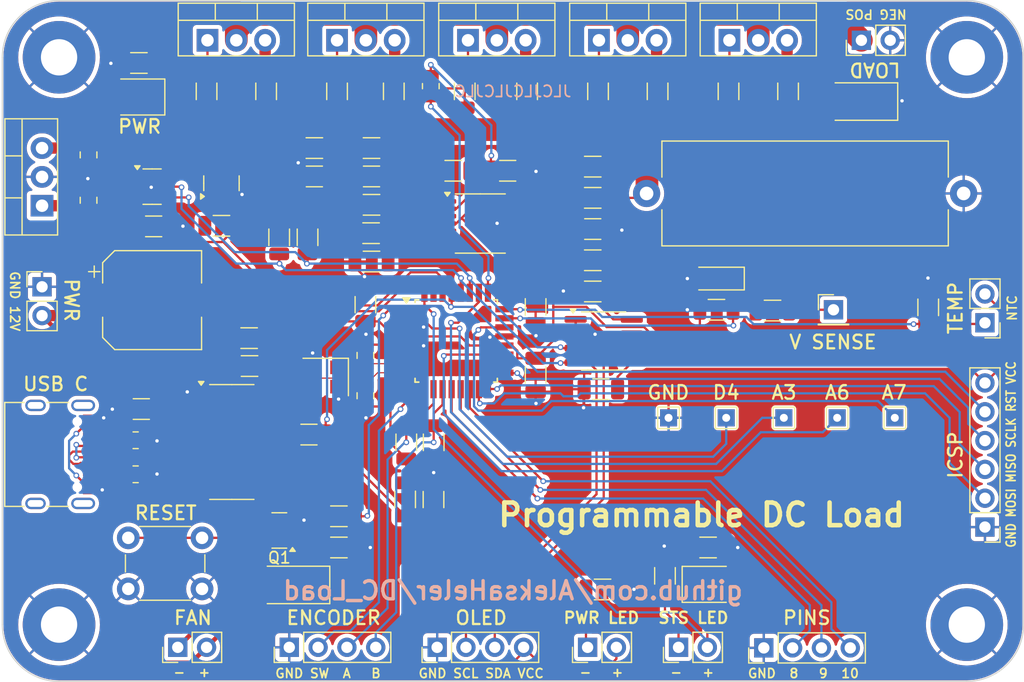
<source format=kicad_pcb>
(kicad_pcb (version 20240108) (generator "pcbnew") (generator_version "8.0")
  (layers (0 "F.Cu" signal) (31 "B.Cu" signal) (34 "B.Paste" user) (35 "F.Paste" user) (36 "B.SilkS" user "B.Silkscreen") (37 "F.SilkS" user "F.Silkscreen") (38 "B.Mask" user) (39 "F.Mask" user) (44 "Edge.Cuts" user))
  (net 0 "")
  (net 1 "GND")
  (net 2 "Net-(U3-V3)")
  (net 3 "+5V")
  (net 4 "+12V")
  (net 5 "Net-(U3-~{DTR})")
  (net 6 "RST_UC")
  (net 7 "CURR_SET_OPAMP")
  (net 8 "XTAL1_UC")
  (net 9 "XTAL2_UC")
  (net 10 "Net-(U2C-+)")
  (net 11 "/FAN_NEG")
  (net 12 "Net-(D2-K)")
  (net 13 "V_SENSE_UC")
  (net 14 "LED_OUT")
  (net 15 "Net-(D4-K)")
  (net 16 "/CURR_SHUNT")
  (net 17 "Net-(J1-Pin_1)")
  (net 19 "/USB_D+")
  (net 20 "/USB_D-")
  (net 21 "Net-(J5-CC1)")
  (net 24 "Net-(J5-CC2)")
  (net 28 "TEMP_SENSE_UC")
  (net 29 "/LOAD_POS")
  (net 30 "ENCODER_B")
  (net 31 "ENCODER_A")
  (net 32 "ENCODER_SW")
  (net 33 "I2C_SCL")
  (net 34 "I2C_SDA")
  (net 35 "SPI_MISO_UC")
  (net 36 "SPI_MOSI_UC")
  (net 37 "SPI_SCLK_UC")
  (net 38 "PIN_08_UC")
  (net 39 "PIN_09_UC")
  (net 40 "PIN_10_UC")
  (net 41 "/FAN_OUT_GATE")
  (net 42 "Net-(Q2-S)")
  (net 43 "Net-(Q2-G)")
  (net 44 "Net-(Q3-G)")
  (net 45 "Net-(Q3-S)")
  (net 46 "Net-(Q4-G)")
  (net 47 "Net-(Q4-S)")
  (net 48 "Net-(Q5-G)")
  (net 49 "Net-(Q5-S)")
  (net 50 "Net-(Q6-S)")
  (net 51 "Net-(Q6-G)")
  (net 52 "RXD_UC")
  (net 53 "Net-(U3-TXD)")
  (net 54 "Net-(U3-RXD)")
  (net 55 "TXD_UC")
  (net 56 "FAN_OUT")
  (net 57 "Net-(U2A--)")
  (net 58 "CURR_SET_UC")
  (net 59 "SHUNT_TEMP_UC")
  (net 60 "Net-(U2B--)")
  (net 61 "Net-(U2D-+)")
  (net 62 "Net-(U2D--)")
  (net 63 "Net-(U2C--)")
  (net 64 "/CURR_SENSE_UC")
  (net 65 "+2.048V")
  (net 75 "Net-(R22-Pad2)")
  (net 76 "/PWR_LED_K")
  (net 77 "Net-(C11-Pad2)")
  (net 78 "Net-(C11-Pad1)")
  (net 79 "Net-(J10-Pin_1)")
  (net 80 "/ADC_06")
  (net 81 "/ADC_07")
  (net 82 "/ADC_03")
  (net 83 "/PIN_04")
  (footprint "Resistor_SMD:R_1206_3216Metric" (layer "F.Cu") (at 137 87 -90)
    (property "Reference" "R18" (hide yes))
    (property "Value" "10k" (hide yes))
  )
  (footprint "Package_QFP:TQFP-32_7x7mm_P0.8mm" (layer "F.Cu") (at 130 90)
    (property "Reference" "U4" (hide yes))
    (property "Value" "ATmega328P-A" (hide yes))
  )
  (footprint "Diode_SMD:D_SMA" (layer "F.Cu") (at 115.35 111.5 180)
    (property "Reference" "D1" (hide yes))
    (property "Value" "SS34" (hide yes))
  )
  (footprint "Resistor_SMD:R_1206_3216Metric" (layer "F.Cu") (at 125.603 98.933 -90)
    (property "Reference" "R19" (hide yes))
    (property "Value" "4k7" (hide yes))
  )
  (footprint "Resistor_SMD:R_1206_3216Metric" (layer "F.Cu") (at 108 68 -90)
    (property "Reference" "R22" (hide yes))
    (property "Value" "100R" (hide yes))
  )
  (footprint "Capacitor_SMD:C_1206_3216Metric" (layer "F.Cu") (at 142.75 94.25 180)
    (property "Reference" "C12" (hide yes))
    (property "Value" "100n" (hide yes))
  )
  (footprint "Package_TO_SOT_THT:TO-220-3_Vertical" (layer "F.Cu") (at 93.5 78.08 90)
    (property "Reference" "U1" (hide yes))
    (property "Value" "LM7805_TO220" (hide yes))
  )
  (footprint "Resistor_SMD:R_1206_3216Metric" (layer "F.Cu") (at 124.5 68 -90)
    (property "Reference" "R30" (hide yes))
    (property "Value" "0.2R" (hide yes))
  )
  (footprint "TestPoint:TestPoint_THTPad_1.5x1.5mm_Drill0.7mm" (layer "F.Cu") (at 153.797 96.774)
    (property "Reference" "TP4" (hide yes))
    (property "Value" "PIN_04" (hide yes))
  )
  (footprint "Capacitor_SMD:C_1206_3216Metric" (layer "F.Cu") (at 122.5375 75.5)
    (property "Reference" "C11" (hide yes))
    (property "Value" "100n" (hide yes))
  )
  (footprint "Package_SO:SOIC-16_3.9x9.9mm_P1.27mm" (layer "F.Cu") (at 110.225 98.905)
    (property "Reference" "U3" (hide yes))
    (property "Value" "CH340C" (hide yes))
  )
  (footprint "Resistor_SMD:R_1206_3216Metric" (layer "F.Cu") (at 119.6625 108.2 180)
    (property "Reference" "R10" (hide yes))
    (property "Value" "10k" (hide yes))
  )
  (footprint "MountingHole:MountingHole_3.2mm_M3_Pad" (layer "F.Cu") (at 175 115)
    (property "Reference" "H4" (hide yes))
    (property "Value" "MH" (hide yes))
  )
  (footprint "Package_SO:SOIC-8_3.9x4.9mm_P1.27mm" (layer "F.Cu") (at 143 90)
    (property "Reference" "U5" (hide yes))
    (property "Value" "ADC (INA219AIDR)" (hide yes))
  )
  (footprint "Resistor_SMD:R_1206_3216Metric" (layer "F.Cu") (at 102.0375 65.5)
    (property "Reference" "R8" (hide yes))
    (property "Value" "4k7" (hide yes))
  )
  (footprint "Resistor_SMD:R_1206_3216Metric" (layer "F.Cu") (at 122.5375 78 180)
    (property "Reference" "R27" (hide yes))
    (property "Value" "1k" (hide yes))
  )
  (footprint "Connector_PinHeader_2.54mm:PinHeader_1x02_P2.54mm_Vertical" (layer "F.Cu") (at 165.71 63.5 90)
    (property "Reference" "J7" (hide yes))
    (property "Value" "CONN_LOAD" (hide yes))
  )
  (footprint "Crystal:Crystal_SMD_3225-4Pin_3.2x2.5mm" (layer "F.Cu") (at 118.5 93.175 180)
    (property "Reference" "Y1" (hide yes))
    (property "Value" "16MHz" (hide yes))
  )
  (footprint "Package_TO_SOT_SMD:SOT-23" (layer "F.Cu") (at 109.3125 76.1 90)
    (property "Reference" "U7" (hide yes))
    (property "Value" "ADR5040BRTZ" (hide yes))
  )
  (footprint "MountingHole:MountingHole_3.2mm_M3_Pad" (layer "F.Cu") (at 95 115)
    (property "Reference" "H3" (hide yes))
    (property "Value" "MH" (hide yes))
  )
  (footprint "Connector_PinHeader_2.54mm:PinHeader_1x02_P2.54mm_Vertical" (layer "F.Cu") (at 105.46 117 90)
    (property "Reference" "J2" (hide yes))
    (property "Value" "CONN_FAN" (hide yes))
  )
  (footprint "Connector_PinHeader_2.54mm:PinHeader_1x02_P2.54mm_Vertical" (layer "F.Cu") (at 141.58 117 90)
    (property "Reference" "J4" (hide yes))
    (property "Value" "CONN_PWR_LED" (hide yes))
  )
  (footprint "Resistor_SMD:R_1206_3216Metric" (layer "F.Cu") (at 142.035 85.637 180)
    (property "Reference" "R39" (hide yes))
    (property "Value" "1k" (hide yes))
  )
  (footprint "Resistor_SMD:R_0805_2012Metric" (layer "F.Cu") (at 101.75 101.75 180)
    (property "Reference" "R3" (hide yes))
    (property "Value" "5k1" (hide yes))
  )
  (footprint "Package_TO_SOT_THT:TO-220-3_Vertical" (layer "F.Cu") (at 142.58 63.5)
    (property "Reference" "Q5" (hide yes))
    (property "Value" "IRLZ44N" (hide yes))
  )
  (footprint "Resistor_SMD:R_0805_2012Metric" (layer "F.Cu") (at 101.75 98.75 180)
    (property "Reference" "R1" (hide yes))
    (property "Value" "5k1" (hide yes))
  )
  (footprint "Capacitor_SMD:C_1206_3216Metric" (layer "F.Cu") (at 102.25 96)
    (property "Reference" "C1" (hide yes))
    (property "Value" "100n" (hide yes))
  )
  (footprint "Package_TO_SOT_THT:TO-220-3_Vertical" (layer "F.Cu") (at 154.08 63.5)
    (property "Reference" "Q6" (hide yes))
    (property "Value" "IRLZ44N" (hide yes))
  )
  (footprint "Capacitor_SMD:C_0805_2012Metric" (layer "F.Cu") (at 122 91.275 90)
    (property "Reference" "C13" (hide yes))
    (property "Value" "10p" (hide yes))
  )
  (footprint "Capacitor_SMD:C_1206_3216Metric" (layer "F.Cu") (at 142.035 80.137)
    (property "Reference" "C15" (hide yes))
    (property "Value" "100n" (hide yes))
  )
  (footprint "Package_TO_SOT_THT:TO-220-3_Vertical" (layer "F.Cu") (at 108.08 63.5)
    (property "Reference" "Q2" (hide yes))
    (property "Value" "IRLZ44N" (hide yes))
  )
  (footprint "Resistor_SMD:R_1206_3216Metric" (layer "F.Cu") (at 114.4 80.8625 90)
    (property "Reference" "R13" (hide yes))
    (property "Value" "4k7" (hide yes))
  )
  (footprint "Resistor_SMD:R_1206_3216Metric" (layer "F.Cu") (at 148.4 110.7 -90)
    (property "Reference" "R41" (hide yes))
    (property "Value" "470R" (hide yes))
  )
  (footprint "Resistor_SMD:R_1206_3216Metric" (layer "F.Cu") (at 116.9 80.8625 90)
    (property "Reference" "R14" (hide yes))
    (property "Value" "4k7" (hide yes))
  )
  (footprint "Capacitor_SMD:C_1206_3216Metric" (layer "F.Cu") (at 137 93 -90)
    (property "Reference" "C8" (hide yes))
    (property "Value" "100n" (hide yes))
  )
  (footprint "Resistor_SMD:R_1206_3216Metric" (layer "F.Cu") (at 142.5 68 -90)
    (property "Reference" "R25" (hide yes))
    (property "Value" "100R" (hide yes))
  )
  (footprint "Capacitor_SMD:C_1206_3216Metric" (layer "F.Cu") (at 134.5375 75)
    (property "Reference" "C2" (hide yes))
    (property "Value" "100n" (hide yes))
  )
  (footprint "Resistor_SMD:R_1206_3216Metric" (layer "F.Cu") (at 152.2 108.2 180)
    (property "Reference" "R11" (hide yes))
    (property "Value" "4k7" (hide yes))
  )
  (footprint "Resistor_SMD:R_1206_3216Metric" (layer "F.Cu") (at 142.035 82.887 180)
    (property "Reference" "R38" (hide yes))
    (property "Value" "10k" (hide yes))
  )
  (footprint "TestPoint:TestPoint_THTPad_1.5x1.5mm_Drill0.7mm" (layer "F.Cu") (at 158.877 96.774)
    (property "Reference" "TP3" (hide yes))
    (property "Value" "ADC_03" (hide yes))
  )
  (footprint "Connector_PinHeader_2.54mm:PinHeader_1x04_P2.54mm_Vertical" (layer "F.Cu") (at 157.11 117.05 90)
    (property "Reference" "J12" (hide yes))
    (property "Value" "CONN_PINS" (hide yes))
  )
  (footprint "LED_SMD:LED_1210_3225Metric" (layer "F.Cu") (at 102.0375 68.5 180)
    (property "Reference" "D2" (hide yes))
    (property "Value" "RED" (hide yes))
  )
  (footprint "Resistor_SMD:R_1206_3216Metric" (layer "F.Cu") (at 117.5 73 180)
    (property "Reference" "R17" (hide yes))
    (property "Value" "1k" (hide yes))
  )
  (footprint "Connector_PinHeader_2.54mm:PinHeader_1x02_P2.54mm_Vertical" (layer "F.Cu") (at 149.595 117 90)
    (property "Reference" "J10" (hide yes))
    (property "Value" "CONN_LED" (hide yes))
  )
  (footprint "MountingHole:MountingHole_3.2mm_M3_Pad" (layer "F.Cu") (at 95 65)
    (property "Reference" "H1" (hide yes))
    (property "Value" "MH" (hide yes))
  )
  (footprint "Resistor_SMD:R_1206_3216Metric" (layer "F.Cu") (at 136.25 68 -90)
    (property "Reference" "R31" (hide yes))
    (property "Value" "0.2R" (hide yes))
  )
  (footprint "Diode_SMD:D_SMA" (layer "F.Cu") (at 165.4 68.9 180)
    (property "Reference" "D5" (hide yes))
    (property "Value" "SS34" (hide yes))
  )
  (footprint "Package_TO_SOT_SMD:SOT-23-6" (layer "F.Cu") (at 103.2 76.4)
    (property "Reference" "U6" (hide yes))
    (property "Value" "DAC (MCP4716A0T-E/CH)" (hide yes))
  )
  (footprint "Package_SO:TSSOP-14_4.4x5mm_P0.65mm" (layer "F.Cu") (at 132.125 79.65)
    (property "Reference" "U2" (hide yes))
    (property "Value" "OPA4376" (hide yes))
  )
  (footprint "TestPoint:TestPoint_THTPad_1.5x1.5mm_Drill0.7mm" (layer "F.Cu") (at 148.717 96.774)
    (property "Reference" "TP5" (hide yes))
    (property "Value" "TP_GND" (hide yes))
  )
  (footprint "Resistor_SMD:R_1206_3216Metric" (layer "F.Cu") (at 125.5 103.9625 90)
    (property "Reference" "R21" (hide yes))
    (property "Value" "10k" (hide yes))
  )
  (footprint "Resistor_SMD:R_1206_3216Metric" (layer "F.Cu") (at 109.3125 79.85)
    (property "Reference" "R40" (hide yes))
    (property "Value" "1k" (hide yes))
  )
  (footprint "Resistor_SMD:R_1206_3216Metric" (layer "F.Cu") (at 154 68 -90)
    (property "Reference" "R26" (hide yes))
    (property "Value" "100R" (hide yes))
  )
  (footprint "Package_TO_SOT_THT:TO-220-3_Vertical" (layer "F.Cu") (at 131.04 63.5)
    (property "Reference" "Q4" (hide yes))
    (property "Value" "IRLZ44N" (hide yes))
  )
  (footprint "Package_TO_SOT_THT:TO-220-3_Vertical" (layer "F.Cu") (at 119.5 63.5)
    (property "Reference" "Q3" (hide yes))
    (property "Value" "IRLZ44N" (hide yes))
  )
  (footprint "Resistor_SMD:R_1206_3216Metric" (layer "F.Cu") (at 129.7375 75 180)
    (property "Reference" "R34" (hide yes))
    (property "Value" "10k" (hide yes))
  )
  (footprint "Resistor_SMD:R_1206_3216Metric" (layer "F.Cu") (at 119.6625 105.45)
    (property "Reference" "R6" (hide yes))
    (property "Value" "470R" (hide yes))
  )
  (footprint "Connector_USB:USB_C_Receptacle_G-Switch_GT-USB-7010ASV" (layer "F.Cu") (at 94 100 -90)
    (property "Reference" "J5" (hide yes))
    (property "Value" "USBC_CONN" (hide yes))
  )
  (footprint "Connector_PinHeader_2.54mm:PinHeader_1x01_P2.54mm_Vertical" (layer "F.Cu") (at 163.25 87.25)
    (property "Reference" "J1" (hide yes))
    (property "Value" "CONN_V_SENSE" (hide yes))
  )
  (footprint "Resistor_THT:R_Axial_Power_L25.0mm_W9.0mm_P27.94mm" (layer "F.Cu") (at 146.78 77)
    (property "Reference" "R37" (hide yes))
    (property "Value" "0.1R" (hide yes))
  )
  (footprint "MountingHole:MountingHole_3.2mm_M3_Pad" (layer "F.Cu") (at 175 65)
    (property "Reference" "H2" (hide yes))
    (property "Value" "MH")
  )
  (footprint "Resistor_SMD:R_1206_3216Metric" (layer "F.Cu") (at 119.5 68 -90)
    (property "Reference" "R23" (hide yes))
    (property "Value" "100R" (hide yes))
  )
  (footprint "Resistor_SMD:R_1206_3216Metric" (layer "F.Cu") (at 152.9375 87.25)
    (property "Reference" "R9" (hide yes))
    (property "Value" "10k" (hide yes))
  )
  (footprint "Resistor_SMD:R_1206_3216Metric" (layer "F.Cu") (at 147.75 68 -90)
    (property "Reference" "R32" (hide yes))
    (property "Value" "0.2R" (hide yes))
  )
  (footprint "Connector_PinHeader_2.54mm:PinHeader_1x02_P2.54mm_Vertical" (layer "F.Cu") (at 93.5 85.225)
    (property "Reference" "J3" (hide yes))
    (property "Value" "CONN_PWR" (hide yes))
  )
  (footprint "Capacitor_SMD:C_0805_2012Metric" (layer "F.Cu") (at 97.6 73.6 -90)
    (property "Reference" "C5" (hide yes))
    (property "Value" "22u" (hide yes))
  )
  (footprint "Capacitor_SMD:C_0805_2012Metric" (layer "F.Cu") (at 97.6 77.6 90)
    (property "Reference" "C4" (hide yes))
    (property "Value" "22u" (hide yes))
  )
  (footprint "Capacitor_SMD:C_0805_2012Metric" (layer "F.Cu") (at 122 94.825 -90)
    (property "Reference" "C14" (hide yes))
    (property "Value" "10p" (hide yes))
  )
  (footprint "Resistor_SMD:R_1206_3216Metric" (layer "F.Cu") (at 171.6 87.0375 90)
    (property "Reference" "R12" (hide yes))
    (property "Value" "10k" (hide yes))
  )
  (footprint "Resistor_SMD:R_1206_3216Metric" (layer "F.Cu") (at 142.035 77.387)
    (property "Reference" "R35" (hide yes))
    (property "Value" "10k" (hide yes))
  )
  (footprint "LED_SMD:LED_1210_3225Metric" (layer "F.Cu") (at 152.2 111.45)
    (property "Reference" "D4" (hide yes))
    (property "Value" "RED" (hide yes))
  )
  (footprint "Resistor_SMD:R_1206_3216Metric" (layer "F.Cu") (at 122.5375 73 180)
    (property "Reference" "R28" (hide yes))
    (property "Value" "100R" (hide yes))
  )
  (footprint "Capacitor_SMD:C_1206_3216Metric" (layer "F.Cu") (at 117.025 98.25)
    (property "Reference" "C6" (hide yes))
    (property "Value" "100n" (hide yes))
  )
  (footprint "TestPoint:TestPoint_THTPad_1.5x1.5mm_Drill0.7mm" (layer "F.Cu") (at 163.576 96.774)
    (property "Reference" "TP1" (hide yes))
    (property "Value" "ADC_06" (hide yes))
  )
  (footprint "Capacitor_SMD:C_1206_3216Metric" (layer "F.Cu") (at 103.3375 79.9)
    (property "Reference" "C16" (hide yes))
    (property "Value" "100n" (hide yes))
  )
  (footprint "Connector_PinHeader_2.54mm:PinHeader_1x02_P2.54mm_Vertical" (layer "F.Cu") (at 176.6 88.4 180)
    (property "Reference" "J6" (hide yes))
    (property "Value" "CONN_NTC" (hide yes))
  )
  (footprint "Connector_PinHeader_2.54mm:PinHeader_1x04_P2.54mm_Vertical" (layer "F.Cu") (at 128.32 117 90)
    (property "Reference" "J9" (hide yes))
    (property "Value" "CONN_OLED" (hide yes))
  )
  (footprint "Connector_PinHeader_2.54mm:PinHeader_1x06_P2.54mm_Vertical" (layer "F.Cu") (at 176.6 106.4 180)
    (property "Reference" "J11" (hide yes))
    (property "Value" "CONN_ICSP" (hide yes))
  )
  (footprint "TestPoint:TestPoint_THTPad_1.5x1.5mm_Drill0.7mm" (layer "F.Cu") (at 168.656 96.774)
    (property "Reference" "TP2" (hide yes))
    (property "Value" "ADC_07" (hide yes))
  )
  (footprint "Diode_SMD:D_SOD-123" (layer "F.Cu") (at 153.0305 84.5 180)
    (property "Reference" "D3" (hide yes))
    (property "Value" "5V" (hide yes))
  )
  (footprint "Resistor_SMD:R_1206_3216Metric" (layer "F.Cu") (at 111.75 89.75 180)
    (property "Reference" "R2" (hide yes))
    (property "Value" "470R" (hide yes))
  )
  (footprint "Resistor_SMD:R_1206_3216Metric" (layer "F.Cu") (at 142.9 111.9 180)
    (property "Reference" "R7" (hide yes))
    (property "Value" "470R" (hide yes))
  )
  (footprint "Capacitor_SMD:C_1206_3216Metric" (layer "F.Cu") (at 117.5 75.5 180)
    (property "Reference" "C9" (hide yes))
    (property "Value" "100n" (hide yes))
  )
  (footprint "Resistor_SMD:R_1206_3216Metric" (layer "F.Cu") (at 142.035 74.637)
    (property "Reference" "R36" (hide yes))
    (property "Value" "100R" (hide yes))
  )
  (footprint "Resistor_SMD:R_1206_3216Metric" (layer "F.Cu") (at 113.25 68 -90)
    (property "Reference" "R29" (hide yes))
    (property "Value" "0.2R" (hide yes))
  )
  (footprint "Capacitor_SMD:CP_Elec_8x10.5" (layer "F.Cu") (at 103.2 86.4)
    (property "Reference" "C3" (hide yes))
    (property "Value" "100u" (hide yes))
  )
  (footprint "Resistor_SMD:R_1206_3216Metric" (layer "F.Cu") (at 128.016 98.933 -90)
    (property "Reference" "R20" (hide yes))
    (property "Value" "4k7" (hide yes))
  )
  (footprint "Button_Switch_THT:SW_PUSH_6mm" (layer "F.Cu") (at 101.1 107.35)
    (property "Reference" "SW1" (hide yes))
    (property "Value" "RST_BTN" (hide yes))
  )
  (footprint "Resistor_SMD:R_1206_3216Metric" (layer "F.Cu") (at 159.25 68 -90)
    (property "Reference" "R33" (hide yes))
    (property "Value" "0.2R" (hide yes))
  )
  (footprint "Resistor_SMD:R_1206_3216Metric" (layer "F.Cu") (at 122.5375 83 180)
    (property "Reference" "R16" (hide yes))
    (property "Value" "1k" (hide yes))
  )
  (footprint "Capacitor_SMD:C_1206_3216Metric" (layer "F.Cu") (at 128 103.975 90)
    (property "Reference" "C10" (hide yes))
    (property "Value" "100n" (hide yes))
  )
  (footprint "Resistor_SMD:R_1206_3216Metric" (layer "F.Cu") (at 122.5 80.5 180)
    (property "Reference" "R15" (hide yes))
    (property "Value" "10k" (hide yes))
  )
  (footprint "Package_TO_SOT_SMD:SOT-23" (layer "F.Cu") (at 114.4125 106.7 180)
    (property "Reference" "Q1")
    (property "Value" "2N7002")
  )
  (footprint "Capacitor_SMD:C_1206_3216Metric" (layer "F.Cu") (at 122 86.8 90)
    (property "Reference" "C7" (hide yes))
    (property "Value" "100n" (hide yes))
  )
  (footprint "Resistor_SMD:R_1206_3216Metric" (layer "F.Cu") (at 130.75 68 -90)
    (property "Reference" "R24" (hide yes))
    (property "Value" "100R" (hide yes))
  )
  (footprint "Connector_PinHeader_2.54mm:PinHeader_1x04_P2.54mm_Vertical" (layer "F.Cu") (at 115.29 117 90)
    (property "Reference" "J8" (hide yes))
    (property "Value" "CONN_ENCODER" (hide yes))
  )
  (footprint "Resistor_SMD:R_1206_3216Metric" (layer "F.Cu") (at 111.7875 92.21 180)
    (property "Reference" "R4" (hide yes))
    (property "Value" "470R" (hide yes))
  )
  (footprint "Resistor_SMD:R_1206_3216Metric" (layer "F.Cu") (at 157.88 87.32)
    (property "Reference" "R5" (hide yes))
    (property "Value" "47k" (hide yes))
  )
  (footprint "Resistor_SMD:R_0805_2012Metric" (layer "F.Cu") (at 127.762 67.5405 -90)
    (property "Reference" "TH1" (hide yes))
    (property "Value" "10k" (hide yes))
  )
  (gr_arc (start 175 60) (mid 178.535534 61.464466) (end 180 65) (stroke (width 0.1)) (layer "Edge.Cuts"))
  (gr_line (start 180 65) (end 180 115) (stroke (width 0.1)) (layer "Edge.Cuts"))
  (gr_line (start 95 60) (end 175 60) (stroke (width 0.1)) (layer "Edge.Cuts"))
  (gr_arc (start 90 65) (mid 91.464466 61.464466) (end 95 60) (stroke (width 0.1)) (layer "Edge.Cuts"))
  (gr_line (start 175 120) (end 95 120) (stroke (width 0.1)) (layer "Edge.Cuts"))
  (gr_arc (start 95 120) (mid 91.464466 118.535534) (end 90 115) (stroke (width 0.1)) (layer "Edge.Cuts"))
  (gr_arc (start 180 115) (mid 178.535534 118.535534) (end 175 120) (stroke (width 0.1)) (layer "Edge.Cuts"))
  (gr_line (start 90 115) (end 90 65) (stroke (width 0.1)) (layer "Edge.Cuts"))
  (gr_text "04/24" (at 95.119 109.347 0) (layer "F.Cu") (effects (font (size 1.5 1.5) (thickness 0.3) (bold yes))))
  (gr_text " v2.0 " (at 94.996 106.934 0) (layer "F.Cu") (effects (font (size 1.5 1.5) (thickness 0.3) (bold yes))))
  (gr_text "github.com/AleksaHeler/DC_Load" (at 135 112 0) (layer "B.SilkS") (effects (font (size 1.6 1.6) (thickness 0.3) (bold yes)) (justify mirror)))
  (gr_text "JLCJLCJLCJLC" (at 135 68 0) (layer "B.SilkS") (effects (font (size 1 1)) (justify mirror)))
  (gr_text "ICSP" (at 174 100.05 90) (layer "F.SilkS") (effects (font (size 1.2 1.2) (thickness 0.2) (bold yes))))
  (gr_text "FAN" (at 106.8 114.4 0) (layer "F.SilkS") (effects (font (size 1.2 1.2) (thickness 0.2) (bold yes))))
  (gr_text "-   +" (at 150.8 119.2 0) (layer "F.SilkS") (effects (font (size 0.8 0.8) (thickness 0.15) (bold yes))))
  (gr_text "Programmable DC Load" (at 133.5 106.5 0) (layer "F.SilkS") (effects (font (size 2 2) (thickness 0.4) (bold yes)) (justify left bottom)))
  (gr_text "D4" (at 153.797 94.544 0) (layer "F.SilkS") (effects (font (size 1.2 1.2) (thickness 0.2) (bold yes))))
  (gr_text "A6" (at 163.597 94.544 0) (layer "F.SilkS") (effects (font (size 1.2 1.2) (thickness 0.2) (bold yes))))
  (gr_text "GND SW  A   B" (at 118.7 119.3 0) (layer "F.SilkS") (effects (font (size 0.8 0.8) (thickness 0.15) (bold yes))))
  (gr_text "PWR LED" (at 142.8 114.4 0) (layer "F.SilkS") (effects (font (size 1 1) (thickness 0.2) (bold yes))))
  (gr_text "GND 12V" (at 91.1 86.5 270) (layer "F.SilkS") (effects (font (size 0.8 0.8) (thickness 0.15) (bold yes))))
  (gr_text "A7" (at 168.597 94.544 0) (layer "F.SilkS") (effects (font (size 1.2 1.2) (thickness 0.2) (bold yes))))
  (gr_text "RESET" (at 104.394 105.156 0) (layer "F.SilkS") (effects (font (size 1.2 1.2) (thickness 0.2) (bold yes))))
  (gr_text "GND SCL SDA VCC" (at 132.2 119.3 0) (layer "F.SilkS") (effects (font (size 0.8 0.8) (thickness 0.15) (bold yes))))
  (gr_text "PWR" (at 96.1 86.4 270) (layer "F.SilkS") (effects (font (size 1.2 1.2) (thickness 0.2) (bold yes))))
  (gr_text "GND  8   9  10" (at 160.6 119.3 0) (layer "F.SilkS") (effects (font (size 0.8 0.8) (thickness 0.15) (bold yes))))
  (gr_text "USB C" (at 94.7 93.8 0) (layer "F.SilkS") (effects (font (size 1.2 1.2) (thickness 0.2) (bold yes))))
  (gr_text "PWR" (at 102.1 71.1 0) (layer "F.SilkS") (effects (font (size 1.2 1.2) (thickness 0.2) (bold yes))))
  (gr_text "-   +" (at 142.8 119.2 0) (layer "F.SilkS") (effects (font (size 0.8 0.8) (thickness 0.15) (bold yes))))
  (gr_text "GND MOSI MISO SCLK RST VCC" (at 178.9 100 90) (layer "F.SilkS") (effects (font (size 0.8 0.7) (thickness 0.15) (bold yes))))
  (gr_text "ENCODER" (at 119.2 114.4 0) (layer "F.SilkS") (effects (font (size 1.2 1.2) (thickness 0.2) (bold yes))))
  (gr_text "V SENSE" (at 163.2 90.1 0) (layer "F.SilkS") (effects (font (size 1.2 1.2) (thickness 0.2) (bold yes))))
  (gr_text "STS LED" (at 150.9 114.4 0) (layer "F.SilkS") (effects (font (size 1 1) (thickness 0.2) (bold yes))))
  (gr_text "A3" (at 158.897 94.544 0) (layer "F.SilkS") (effects (font (size 1.2 1.2) (thickness 0.2) (bold yes))))
  (gr_text "PINS" (at 160.9 114.4 0) (layer "F.SilkS") (effects (font (size 1.2 1.2) (thickness 0.2) (bold yes))))
  (gr_text "TEMP" (at 174 87.1 90) (layer "F.SilkS") (effects (font (size 1.2 1.2) (thickness 0.2) (bold yes))))
  (gr_text "GND" (at 148.697 94.544 0) (layer "F.SilkS") (effects (font (size 1.2 1.2) (thickness 0.2) (bold yes))))
  (gr_text "-  +" (at 106.7 119.2 0) (layer "F.SilkS") (effects (font (size 0.8 0.8) (thickness 0.15) (bold yes))))
  (gr_text "OLED" (at 132.2 114.4 0) (layer "F.SilkS") (effects (font (size 1.2 1.2) (thickness 0.2) (bold yes))))
  (gr_text "NEG POS" (at 167 61.2 180) (layer "F.SilkS") (effects (font (size 0.8 0.8) (thickness 0.15) (bold yes))))
  (gr_text "LOAD" (at 166.9 66.1 180) (layer "F.SilkS") (effects (font (size 1.2 1.2) (thickness 0.2) (bold yes))))
  (gr_text "NTC" (at 179 87.1 90) (layer "F.SilkS") (effects (font (size 0.8 0.8) (thickness 0.15) (bold yes))))
  (segment (start 98.73 103.2) (end 98.806 103.124) (width 0.2) (layer "F.Cu") (net 1))
  (segment (start 115.35 105.75) (end 116.545 105.75) (width 0.4) (layer "F.Cu") (net 1))
  (segment (start 97.6 76.65) (end 97.6 75.756) (width 0.2) (layer "F.Cu") (net 1))
  (segment (start 148.4 109.2375) (end 148.4 108.141) (width 0.2) (layer "F.Cu") (net 1))
  (segment (start 117.4 91.111) (end 117.4 92.325) (width 0.2) (layer "F.Cu") (net 1))
  (segment (start 116.025 75.5) (end 116.025 74.348) (width 0.2) (layer "F.Cu") (net 1))
  (segment (start 134.25 89.6) (end 133.031 89.6) (width 0.2) (layer "F.Cu") (net 1))
  (segment (start 127.1 88.8) (end 127.127 88.773) (width 0.2) (layer "F.Cu") (net 1))
  (segment (start 102.6625 101.75) (end 103.609 101.75) (width 0.2) (layer "F.Cu") (net 1))
  (segment (start 151.475 87.25) (end 150.369 87.25) (width 0.2) (layer "F.Cu") (net 1))
  (segment (start 125.75 88.8) (end 127.1 88.8) (width 0.2) (layer "F.Cu") (net 1))
  (segment (start 97.6 75.756) (end 97.536 75.692) (width 0.2) (layer "F.Cu") (net 1))
  (segment (start 144.505 80.137) (end 144.599 80.231) (width 0.2) (layer "F.Cu") (net 1))
  (segment (start 145.475 89.365) (end 145.475 90.635) (width 0.2) (layer "F.Cu") (net 1))
  (segment (start 103.576 98.75) (end 103.632 98.806) (width 0.2) (layer "F.Cu") (net 1))
  (segment (start 150.3715 84.5) (end 151.3805 84.5) (width 0.2) (layer "F.Cu") (net 1))
  (segment (start 119.6 94.025) (end 119.6 95.089) (width 0.2) (layer "F.Cu") (net 1))
  (segment (start 153.6625 108.2) (end 154.809 108.2) (width 0.2) (layer "F.Cu") (net 1))
  (segment (start 106.327 94.46) (end 106.299 94.488) (width 0.2) (layer "F.Cu") (net 1))
  (segment (start 121.075 83.483) (end 121.075 83) (width 0.2) (layer "F.Cu") (net 1))
  (segment (start 140.525 88.095) (end 140.525 89.365) (width 0.2) (layer "F.Cu") (net 1))
  (segment (start 122 90.325) (end 122 89.455) (width 0.2) (layer "F.Cu") (net 1))
  (segment (start 117.348 91.059) (end 117.4 91.111) (width 0.2) (layer "F.Cu") (net 1))
  (segment (start 125.75 90.4) (end 127.103 90.4) (width 0.2) (layer "F.Cu") (net 1))
  (segment (start 97.725 103.2) (end 98.73 103.2) (width 0.2) (layer "F.Cu") (net 1))
  (segment (start 136.0125 75) (end 136.976 75) (width 0.2) (layer "F.Cu") (net 1))
  (segment (start 121.125 108.2) (end 122.424 108.2) (width 0.2) (layer "F.Cu") (net 1))
  (segment (start 97.725 96.8) (end 98.907 96.8) (width 0.2) (layer "F.Cu") (net 1))
  (segment (start 150.369 87.25) (end 150.368 87.249) (width 0.2) (layer "F.Cu") (net 1))
  (segment (start 102.6625 98.75) (end 103.576 98.75) (width 0.2) (layer "F.Cu") (net 1))
  (segment (start 128 101.616) (end 128.016 101.6) (width 0.2) (layer "F.Cu") (net 1))
  (segment (start 171.6 84.478) (end 171.577 84.455) (width 0.2) (layer "F.Cu") (net 1))
  (segment (start 104.8125 79.9) (end 105.901 79.9) (width 0.2) (layer "F.Cu") (net 1))
  (segment (start 136.976 75) (end 137.033 75.057) (width 0.2) (layer "F.Cu") (net 1))
  (segment (start 121.92 84.328) (end 122 84.408) (width 0.2) (layer "F.Cu") (net 1))
  (segment (start 137 88.4625) (end 137 89.502) (width 0.2) (layer "F.Cu") (net 1))
  (segment (start 133.625 79.65) (end 133.604 79.629) (width 0.2) (layer "F.Cu") (net 1))
  (segment (start 111.094 77.12) (end 111.125 77.089) (width 0.2) (layer "F.Cu") (net 1))
  (segment (start 116.0375 73) (end 116.0375 74.2545) (width 0.2) (layer "F.Cu") (net 1))
  (segment (start 134.9875 79.65) (end 133.625 79.65) (width 0.2) (layer "F.Cu") (net 1))
  (segment (start 128 102.5) (end 128 101.616) (width 0.2) (layer "F.Cu") (net 1))
  (segment (start 142.283 89.365) (end 145.475 89.365) (width 0.2) (layer "F.Cu") (net 1))
  (segment (start 171.6 85.575) (end 171.6 84.478) (width 0.2) (layer "F.Cu") (net 1))
  (segment (start 102.0625 76.4) (end 103.07 76.4) (width 0.2) (layer "F.Cu") (net 1))
  (segment (start 100.775 96) (end 99.707 96) (width 0.2) (layer "F.Cu") (net 1))
  (segment (start 103.609 101.75) (end 103.632 101.727) (width 0.2) (layer "F.Cu") (net 1))
  (segment (start 141.224 95.885) (end 141.224 94.301) (width 0.2) (layer "F.Cu") (net 1))
  (segment (start 154.809 108.2) (end 154.813 108.204) (width 0.2) (layer "F.Cu") (net 1))
  (segment (start 145.656 111.9) (end 145.669 111.887) (width 0.2) (layer "F.Cu") (net 1))
  (segment (start 98.907 96.8) (end 98.933 96.774) (width 0.2) (layer "F.Cu") (net 1))
  (segment (start 140.5725 85.637) (end 139.485 85.637) (width 0.2) (layer "F.Cu") (net 1))
  (segment (start 137 95.471) (end 137.033 95.504) (width 0.2) (layer "F.Cu") (net 1))
  (segment (start 122 84.408) (end 122 85.325) (width 0.2) (layer "F.Cu") (net 1))
  (segment (start 116.0375 74.2545) (end 116.078 74.295) (width 0.2) (layer "F.Cu") (net 1))
  (segment (start 116.545 105.75) (end 116.586 105.791) (width 0.4) (layer "F.Cu") (net 1))
  (segment (start 133.031 89.6) (end 132.969 89.662) (width 0.2) (layer "F.Cu") (net 1))
  (segment (start 99.6 65.5) (end 99.568 65.532) (width 0.2) (layer "F.Cu") (net 1))
  (segment (start 139.485 85.637) (end 139.446 85.598) (width 0.2) (layer "F.Cu") (net 1))
  (segment (start 97.6 74.55) (end 97.6 75.628) (width 0.2) (layer "F.Cu") (net 1))
  (segment (start 169.225 68.9) (end 169.291 68.834) (width 0.4) (layer "F.Cu") (net 1))
  (segment (start 137 89.502) (end 137.033 89.535) (width 0.2) (layer "F.Cu") (net 1))
  (segment (start 97.6 75.628) (end 97.536 75.692) (width 0.2) (layer "F.Cu") (net 1))
  (segment (start 99.707 96) (end 99.695 96.012) (width 0.2) (layer "F.Cu") (net 1))
  (segment (start 105.901 79.9) (end 105.918 79.883) (width 0.2) (layer "F.Cu") (net 1))
  (segment (start 103.07 76.4) (end 103.124 76.454) (width 0.2) (layer "F.Cu") (net 1))
  (segment (start 122.424 108.2) (end 122.428 108.204) (width 0.2) (layer "F.Cu") (net 1))
  (segment (start 116.025 74.348) (end 116.078 74.295) (width 0.2) (layer "F.Cu") (net 1))
  (segment (start 143.51 80.137) (end 144.505 80.137) (width 0.2) (layer "F.Cu") (net 1))
  (segment (start 142.24 89.408) (end 142.197 89.365) (width 0.2) (layer "F.Cu") (net 1))
  (segment (start 144.3625 111.9) (end 145.656 111.9) (width 0.2) (layer "F.Cu") (net 1))
  (segment (start 137 94.475) (end 137 95.471) (width 0.2) (layer "F.Cu") (net 1))
  (segment (start 119.6 95.089) (end 119.634 95.123) (width 0.2) (layer "F.Cu") (net 1))
  (segment (start 121.92 84.328) (end 121.075 83.483) (width 0.2) (layer "F.Cu") (net 1))
  (segment (start 110.269999 77.12) (end 111.094 77.12) (width 0.2) (layer "F.Cu") (net 1))
  (segment (start 142.197 89.365) (end 140.525 89.365) (width 0.2) (layer "F.Cu") (net 1))
  (segment (start 141.224 94.301) (end 141.275 94.25) (width 0.2) (layer "F.Cu") (net 1))
  (segment (start 107.75 94.46) (end 106.327 94.46) (width 0.2) (layer "F.Cu") (net 1))
  (segment (start 167.4 68.9) (end 169.225 68.9) (width 0.4) (layer "F.Cu") (net 1))
  (segment (start 122 89.455) (end 122.047 89.408) (width 0.2) (layer "F.Cu") (net 1))
  (segment (start 122 95.775) (end 122 96.727) (width 0.2) (layer "F.Cu") (net 1))
  (segment (start 148.4 108.141) (end 148.336 108.077) (width 0.2) (layer "F.Cu") (net 1))
  (segment (start 122 96.727) (end 122.047 96.774) (width 0.2) (layer "F.Cu") (net 1))
  (segment (start 142.24 89.408) (end 142.283 89.365) (width 0.2) (layer "F.Cu") (net 1))
  (segment (start 100.575 65.5) (end 99.6 65.5) (width 0.2) (layer "F.Cu") (net 1))
  (segment (start 127.103 90.4) (end 127.127 90.424) (width 0.2) (layer "F.Cu") (net 1))
  (via (at 141.224 95.885) (size 0.5) (drill 0.3) (layers "F.Cu" "B.Cu") (net 1))
  (via (at 137.033 75.057) (size 0.5) (drill 0.3) (layers "F.Cu" "B.Cu") (net 1))
  (via (at 97.536 75.692) (size 0.5) (drill 0.3) (layers "F.Cu" "B.Cu") (net 1))
  (via (at 116.078 74.295) (size 0.5) (drill 0.3) (layers "F.Cu" "B.Cu") (net 1))
  (via (at 169.291 68.834) (size 0.5) (drill 0.3) (layers "F.Cu" "B.Cu") (net 1))
  (via (at 119.634 95.123) (size 0.5) (drill 0.3) (layers "F.Cu" "B.Cu") (net 1))
  (via (at 139.446 85.598) (size 0.5) (drill 0.3) (layers "F.Cu" "B.Cu") (net 1))
  (via (at 132.969 89.662) (size 0.5) (drill 0.3) (layers "F.Cu" "B.Cu") (net 1))
  (via (at 154.813 108.204) (size 0.5) (drill 0.3) (layers "F.Cu" "B.Cu") (net 1))
  (via (at 137.033 95.504) (size 0.5) (drill 0.3) (layers "F.Cu" "B.Cu") (net 1))
  (via (at 144.599 80.231) (size 0.5) (drill 0.3) (layers "F.Cu" "B.Cu") (net 1))
  (via (at 145.669 111.887) (size 0.5) (drill 0.3) (layers "F.Cu" "B.Cu") (net 1))
  (via (at 111.125 77.089) (size 0.5) (drill 0.3) (layers "F.Cu" "B.Cu") (net 1))
  (via (at 103.632 101.727) (size 0.5) (drill 0.3) (layers "F.Cu" "B.Cu") (net 1))
  (via (at 137.033 89.535) (size 0.5) (drill 0.3) (layers "F.Cu" "B.Cu") (net 1))
  (via (at 150.368 87.249) (size 0.5) (drill 0.3) (layers "F.Cu" "B.Cu") (net 1))
  (via (at 142.24 89.408) (size 0.5) (drill 0.3) (layers "F.Cu" "B.Cu") (net 1))
  (via (at 116.586 105.791) (size 0.5) (drill 0.3) (layers "F.Cu" "B.Cu") (net 1))
  (via (at 121.92 84.328) (size 0.5) (drill 0.3) (layers "F.Cu" "B.Cu") (net 1))
  (via (at 99.695 96.012) (size 0.5) (drill 0.3) (layers "F.Cu" "B.Cu") (net 1))
  (via (at 106.299 94.488) (size 0.5) (drill 0.3) (layers "F.Cu" "B.Cu") (net 1))
  (via (at 98.933 96.774) (size 0.5) (drill 0.3) (layers "F.Cu" "B.Cu") (net 1))
  (via (at 148.336 108.077) (size 0.5) (drill 0.3) (layers "F.Cu" "B.Cu") (net 1))
  (via (at 98.806 103.124) (size 0.5) (drill 0.3) (layers "F.Cu" "B.Cu") (net 1))
  (via (at 122.428 108.204) (size 0.5) (drill 0.3) (layers "F.Cu" "B.Cu") (net 1))
  (via (at 103.124 76.454) (size 0.5) (drill 0.3) (layers "F.Cu" "B.Cu") (net 1))
  (via (at 128.016 101.6) (size 0.5) (drill 0.3) (layers "F.Cu" "B.Cu") (net 1))
  (via (at 103.632 98.806) (size 0.5) (drill 0.3) (layers "F.Cu" "B.Cu") (net 1))
  (via (at 150.3715 84.5) (size 0.5) (drill 0.3) (layers "F.Cu" "B.Cu") (net 1))
  (via (at 127.127 88.773) (size 0.5) (drill 0.3) (layers "F.Cu" "B.Cu") (net 1))
  (via (at 127.127 90.424) (size 0.5) (drill 0.3) (layers "F.Cu" "B.Cu") (net 1))
  (via (at 133.604 79.629) (size 0.5) (drill 0.3) (layers "F.Cu" "B.Cu") (net 1))
  (via (at 99.568 65.532) (size 0.5) (drill 0.3) (layers "F.Cu" "B.Cu") (net 1))
  (via (at 171.577 84.455) (size 0.5) (drill 0.3) (layers "F.Cu" "B.Cu") (net 1))
  (via (at 122.047 96.774) (size 0.5) (drill 0.3) (layers "F.Cu" "B.Cu") (net 1))
  (via (at 105.918 79.883) (size 0.5) (drill 0.3) (layers "F.Cu" "B.Cu") (net 1))
  (via (at 122.047 89.408) (size 0.5) (drill 0.3) (layers "F.Cu" "B.Cu") (net 1))
  (via (at 117.348 91.059) (size 0.5) (drill 0.3) (layers "F.Cu" "B.Cu") (net 1))
  (segment (start 107.75 98.27) (end 105.995 98.27) (width 0.2) (layer "F.Cu") (net 2))
  (segment (start 105.995 98.27) (end 103.725 96) (width 0.2) (layer "F.Cu") (net 2))
  (segment (start 111.887 93.647) (end 112.7 94.46) (width 0.2) (layer "F.Cu") (net 3))
  (segment (start 104.267 97.536) (end 105.664 98.933) (width 0.2) (layer "F.Cu") (net 3))
  (segment (start 134.25 92) (end 134.949 92) (width 0.2) (layer "F.Cu") (net 3))
  (segment (start 131.175 90.4) (end 134.25 90.4) (width 0.2) (layer "F.Cu") (net 3))
  (segment (start 101.8625 79.9) (end 101.8625 77.55) (width 0.2) (layer "F.Cu") (net 3))
  (segment (start 97.6 71.5375) (end 97.6 72.65) (width 0.2) (layer "F.Cu") (net 3))
  (segment (start 128 100.4625) (end 125.5 100.4625) (width 0.2) (layer "F.Cu") (net 3))
  (segment (start 110.49 96.46587) (end 112.49587 94.46) (width 0.2) (layer "F.Cu") (net 3))
  (segment (start 147.32 91.905) (end 174.805 91.905) (width 0.2) (layer "F.Cu") (net 3))
  (segment (start 97.091 97.6) (end 96.52 98.171) (width 0.2) (layer "F.Cu") (net 3))
  (segment (start 145.475 91.905) (end 144.225 93.155) (width 0.2) (layer "F.Cu") (net 3))
  (segment (start 126.425 91.2) (end 126.873 91.648) (width 0.2) (layer "F.Cu") (net 3))
  (segment (start 141.478 86.995) (end 138.557 86.995) (width 0.2) (layer "F.Cu") (net 3))
  (segment (start 147.32 91.905) (end 147.32 89.535) (width 0.2) (layer "F.Cu") (net 3))
  (segment (start 105.664 98.933) (end 109.093 98.933) (width 0.2) (layer "F.Cu") (net 3))
  (segment (start 97.6 72.65) (end 97.6 73.15) (width 0.2) (layer "F.Cu") (net 3))
  (segment (start 130.478999 79.170999) (end 135.128 83.82) (width 0.2) (layer "F.Cu") (net 3))
  (segment (start 109.345 81.28) (end 103.2425 81.28) (width 0.2) (layer "F.Cu") (net 3))
  (segment (start 114.4 79.4) (end 111.225 79.4) (width 0.2) (layer "F.Cu") (net 3))
  (segment (start 122 88.275) (end 123.2 88.275) (width 0.2) (layer "F.Cu") (net 3))
  (segment (start 125.75 89.6) (end 130.375 89.6) (width 0.2) (layer "F.Cu") (net 3))
  (segment (start 110.49 97.536) (end 110.49 96.46587) (width 0.2) (layer "F.Cu") (net 3))
  (segment (start 134.925 90.4) (end 135.382 90.857) (width 0.2) (layer "F.Cu") (net 3))
  (segment (start 93.5 73) (end 97.25 73) (width 1) (layer "F.Cu") (net 3))
  (segment (start 125.75 91.2) (end 126.425 91.2) (width 0.2) (layer "F.Cu") (net 3))
  (segment (start 100.6375 68.5) (end 97.6 71.5375) (width 0.2) (layer "F.Cu") (net 3))
  (segment (start 145.475 91.905) (end 147.32 91.905) (width 0.2) (layer "F.Cu") (net 3))
  (segment (start 118.885 88.275) (end 122 88.275) (width 0.2) (layer "F.Cu") (net 3))
  (segment (start 125.75 89.6) (end 124.525 89.6) (width 0.2) (layer "F.Cu") (net 3))
  (segment (start 138.557 84.836) (end 138.557 86.995) (width 0.2) (layer "F.Cu") (net 3))
  (segment (start 124.206 98.9985) (end 125.603 100.3955) (width 0.2) (layer "F.Cu") (net 3))
  (segment (start 133.0625 76.587499) (end 133.0625 75) (width 0.2) (layer "F.Cu") (net 3))
  (segment (start 133.0625 73.6935) (end 133.096 73.66) (width 0.2) (layer "F.Cu") (net 3))
  (segment (start 126.873 91.648) (end 126.873 93.091) (width 0.2) (layer "F.Cu") (net 3))
  (segment (start 143.51 118.618) (end 144.12 118.008) (width 0.2) (layer "F.Cu") (net 3))
  (segment (start 137.541 83.82) (end 138.557 84.836) (width 0.2) (layer "F.Cu") (net 3))
  (segment (start 134.25 90.4) (end 134.925 90.4) (width 0.2) (layer "F.Cu") (net 3))
  (segment (start 125.476 109.982) (end 125.476 117.348) (width 0.2) (layer "F.Cu") (net 3))
  (segment (start 97.789 97.536) (end 104.267 97.536) (width 0.2) (layer "F.Cu") (net 3))
  (segment (start 101.8 77.35) (end 102.0625 77.35) (width 0.2) (layer "F.Cu") (net 3))
  (segment (start 174.805 91.905) (end 176.6 93.7) (width 0.2) (layer "F.Cu") (net 3))
  (segment (start 127.762 66.628) (end 127.762 65.659) (width 0.2) (layer "F.Cu") (net 3))
  (segment (start 129.413 106.045) (end 125.476 109.982) (width 0.2) (layer "F.Cu") (net 3))
  (segment (start 111.887 83.693) (end 111.887 93.647) (width 0.2) (layer "F.Cu") (net 3))
  (segment (start 135.424 91.525) (end 137 91.525) (width 0.2) (layer "F.Cu") (net 3))
  (segment (start 144.12 118.008) (end 144.12 117) (width 0.2) (layer "F.Cu") (net 3))
  (segment (start 133.0625 75) (end 133.0625 73.6935) (width 0.2) (layer "F.Cu") (net 3))
  (segment (start 124.525 89.6) (end 124.46 89.535) (width 0.2) (layer "F.Cu") (net 3))
  (segment (start 178.054 87.314) (end 176.6 85.86) (width 0.2) (layer "F.Cu") (net 3))
  (segment (start 109.4095 81.2155) (end 109.345 81.28) (width 0.2) (layer "F.Cu") (net 3))
  (segment (start 138.557 89.968) (end 137 91.525) (width 0.2) (layer "F.Cu") (net 3))
  (segment (start 125.476 117.348) (end 126.746 118.618) (width 0.2) (layer "F.Cu") (net 3))
  (segment (start 97.066 102.4) (end 96.52 101.854) (width 0.2) (layer "F.Cu") (net 3))
  (segment (start 124.206 95.758) (end 124.206 98.9985) (width 0.2) (layer "F.Cu") (net 3))
  (segment (start 125.5 102.5) (end 125.614 102.5) (width 0.2) (layer "F.Cu") (net 3))
  (segment (start 129.2625 79.65) (end 129.999999 79.65) (width 0.2) (layer "F.Cu") (net 3))
  (segment (start 129.999999 79.65) (end 133.0625 76.587499) (width 0.2) (layer "F.Cu") (net 3))
  (segment (start 97.6 73.15) (end 101.8 77.35) (width 0.2) (layer "F.Cu") (net 3))
  (segment (start 112.7 94.46) (end 118.885 88.275) (width 0.2) (layer "F.Cu") (net 3))
  (segment (start 125.614 102.5) (end 127.381 104.267) (width 0.2) (layer "F.Cu") (net 3))
  (segment (start 134.725 118.618) (end 135.94 117.403) (width 0.2) (layer "F.Cu") (net 3))
  (segment (start 146.558 88.773) (end 143.256 88.773) (width 0.2) (layer "F.Cu") (net 3))
  (segment (start 129.413 104.521) (end 129.413 106.045) (width 0.2) (layer "F.Cu") (net 3))
  (segment (start 126.746 118.618) (end 134.725 118.618) (width 0.2) (layer "F.Cu") (net 3))
  (segment (start 97.25 73) (end 97.6 72.65) (width 1) (layer "F.Cu") (net 3))
  (segment (start 101.8625 77.55) (end 102.0625 77.35) (width 0.2) (layer "F.Cu") (net 3))
  (segment (start 176.6 93.7) (end 178.054 92.246) (width 0.2) (layer "F.Cu") (net 3))
  (segment (start 135.382 91.567) (end 135.424 91.525) (width 0.2) (layer "F.Cu") (net 3))
  (segment (start 125.603 102.397) (end 125.5 102.5) (width 0.2) (layer "F.Cu") (net 3))
  (segment (start 129.159 104.267) (end 129.413 104.521) (width 0.2) (layer "F.Cu") (net 3))
  (segment (start 134.949 92) (end 135.382 91.567) (width 0.2) (layer "F.Cu") (net 3))
  (segment (start 127.381 104.267) (end 129.159 104.267) (width 0.2) (layer "F.Cu") (net 3))
  (segment (start 178.054 92.246) (end 178.054 87.314) (width 0.2) (layer "F.Cu") (net 3))
  (segment (start 135.382 90.857) (end 135.382 91.567) (width 0.2) (layer "F.Cu") (net 3))
  (segment (start 130.375 89.6) (end 131.175 90.4) (width 0.2) (layer "F.Cu") (net 3))
  (segment (start 116.9 79.4) (end 114.4 79.4) (width 0.2) (layer "F.Cu") (net 3))
  (segment (start 124.46 89.535) (end 124.46 91.186) (width 0.2) (layer "F.Cu") (net 3))
  (segment (start 143.256 88.773) (end 141.478 86.995) (width 0.2) (layer "F.Cu") (net 3))
  (segment (start 112.49587 94.46) (end 112.7 94.46) (width 0.2) (layer "F.Cu") (net 3))
  (segment (start 111.225 79.4) (end 110.775 79.85) (width 0.2) (layer "F.Cu") (net 3))
  (segment (start 109.4095 81.2155) (end 111.887 83.693) (width 0.2) (layer "F.Cu") (net 3))
  (segment (start 125.75 91.2) (end 124.474 91.2) (width 0.2) (layer "F.Cu") (net 3))
  (segment (start 138.557 86.995) (end 138.557 89.968) (width 0.2) (layer "F.Cu") (net 3))
  (segment (start 109.093 98.933) (end 110.49 97.536) (width 0.2) (layer "F.Cu") (net 3))
  (segment (start 97.725 97.6) (end 97.789 97.536) (width 0.2) (layer "F.Cu") (net 3))
  (segment (start 135.94 117) (end 137.558 118.618) (width 0.2) (layer "F.Cu") (net 3))
  (segment (start 126.873 93.091) (end 124.206 95.758) (width 0.2) (layer "F.Cu") (net 3))
  (segment (start 125.603 100.3955) (end 125.603 102.397) (width 0.2) (layer "F.Cu") (net 3))
  (segment (start 97.725 97.6) (end 97.091 97.6) (width 0.2) (layer "F.Cu") (net 3))
  (segment (start 135.94 117.403) (end 135.94 117) (width 0.2) (layer "F.Cu") (net 3))
  (segment (start 135.128 83.82) (end 137.541 83.82) (width 0.2) (layer "F.Cu") (net 3))
  (segment (start 110.775 79.85) (end 109.4095 81.2155) (width 0.2) (layer "F.Cu") (net 3))
  (segment (start 123.2 88.275) (end 124.46 89.535) (width 0.2) (layer "F.Cu") (net 3))
  (segment (start 147.32 89.535) (end 146.558 88.773) (width 0.2) (layer "F.Cu") (net 3))
  (segment (start 103.2425 81.28) (end 101.8625 79.9) (width 0.2) (layer "F.Cu") (net 3))
  (segment (start 144.225 93.155) (end 144.225 94.25) (width 0.2) (layer "F.Cu") (net 3))
  (segment (start 124.474 91.2) (end 124.46 91.186) (width 0.2) (layer "F.Cu") (net 3))
  (segment (start 97.725 102.4) (end 97.066 102.4) (width 0.2) (layer "F.Cu") (net 3))
  (segment (start 137.558 118.618) (end 143.51 118.618) (width 0.2) (layer "F.Cu") (net 3))
  (via (at 96.52 101.854) (size 0.5) (drill 0.3) (layers "F.Cu" "B.Cu") (net 3))
  (via (at 96.52 98.171) (size 0.5) (drill 0.3) (layers "F.Cu" "B.Cu") (net 3))
  (via (at 127.762 65.659) (size 0.5) (drill 0.3) (layers "F.Cu" "B.Cu") (net 3))
  (via (at 133.096 73.66) (size 0.5) (drill 0.3) (layers "F.Cu" "B.Cu") (net 3))
  (segment (start 96.52 98.171) (end 95.885 98.806) (width 0.2) (layer "B.Cu") (net 3))
  (segment (start 95.885 101.219) (end 96.52 101.854) (width 0.2) (layer "B.Cu") (net 3))
  (segment (start 95.885 98.806) (end 95.885 101.219) (width 0.2) (layer "B.Cu") (net 3))
  (segment (start 133.096 70.993) (end 127.762 65.659) (width 0.2) (layer "B.Cu") (net 3))
  (segment (start 133.096 73.66) (end 133.096 70.993) (width 0.2) (layer "B.Cu") (net 3))
  (segment (start 97.13 78.08) (end 97.6 78.55) (width 1) (layer "F.Cu") (net 4))
  (segment (start 98.135 87.765) (end 99.5 86.4) (width 1) (layer "F.Cu") (net 4))
  (segment (start 108 117) (end 106.636 118.364) (width 0.4) (layer "F.Cu") (net 4))
  (segment (start 106.636 118.364) (end 103.378 118.364) (width 0.4) (layer "F.Cu") (net 4))
  (segment (start 109.303 115.697) (end 108 117) (width 0.4) (layer "F.Cu") (net 4))
  (segment (start 99.5 86.4) (end 99.5 80.45) (width 1) (layer "F.Cu") (net 4))
  (segment (start 99.5 80.45) (end 97.6 78.55) (width 1) (layer "F.Cu") (net 4))
  (segment (start 94.996 89.261) (end 93.5 87.765) (width 0.4) (layer "F.Cu") (net 4))
  (segment (start 95.9485 105.41) (end 94.996 104.4575) (width 0.4) (layer "F.Cu") (net 4))
  (segment (start 93.5 78.08) (end 97.13 78.08) (width 1) (layer "F.Cu") (net 4))
  (segment (start 93.5 87.765) (end 98.135 87.765) (width 1) (layer "F.Cu") (net 4))
  (segment (start 103.378 118.364) (end 99.441 114.427) (width 0.4) (layer "F.Cu") (net 4))
  (segment (start 117.35 111.5) (end 113.153 115.697) (width 0.4) (layer "F.Cu") (net 4))
  (segment (start 113.153 115.697) (end 109.303 115.697) (width 0.4) (layer "F.Cu") (net 4))
  (segment (start 99.441 114.427) (end 99.441 106.553) (width 0.4) (layer "F.Cu") (net 4))
  (segment (start 99.441 106.553) (end 98.298 105.41) (width 0.4) (layer "F.Cu") (net 4))
  (segment (start 94.996 104.4575) (end 94.996 89.261) (width 0.4) (layer "F.Cu") (net 4))
  (segment (start 98.298 105.41) (end 95.9485 105.41) (width 0.4) (layer "F.Cu") (net 4))
  (segment (start 112.7 98.27) (end 115.53 98.27) (width 0.2) (layer "F.Cu") (net 5))
  (segment (start 115.53 98.27) (end 115.55 98.25) (width 0.2) (layer "F.Cu") (net 5))
  (segment (start 125.5 105.425) (end 127.975 105.425) (width 0.2) (layer "F.Cu") (net 6))
  (segment (start 118.5 98.25) (end 118.5 97.019) (width 0.2) (layer "F.Cu") (net 6))
  (segment (start 129.6 85.75) (end 129.6 86.935) (width 0.2) (layer "F.Cu") (net 6))
  (segment (start 101.1 107.35) (end 107.6 107.35) (width 0.2) (layer "F.Cu") (net 6))
  (segment (start 118.5 98.425) (end 118.5 98.25) (width 0.2) (layer "F.Cu") (net 6))
  (segment (start 118.5 99.305) (end 118.5 98.25) (width 0.2) (layer "F.Cu") (net 6))
  (segment (start 127.975 105.425) (end 128 105.45) (width 0.2) (layer "F.Cu") (net 6))
  (segment (start 129.6 86.935) (end 129.54 86.995) (width 0.2) (layer "F.Cu") (net 6))
  (segment (start 118.5 97.019) (end 118.618 96.901) (width 0.2) (layer "F.Cu") (net 6))
  (segment (start 125.5 105.425) (end 118.5 98.425) (width 0.2) (layer "F.Cu") (net 6))
  (segment (start 107.6 107.35) (end 110.455 107.35) (width 0.2) (layer "F.Cu") (net 6))
  (segment (start 110.455 107.35) (end 118.5 99.305) (width 0.2) (layer "F.Cu") (net 6))
  (via (at 129.54 86.995) (size 0.5) (drill 0.3) (layers "F.Cu" "B.Cu") (net 6))
  (via (at 118.618 96.901) (size 0.5) (drill 0.3) (layers "F.Cu" "B.Cu") (net 6))
  (segment (start 131.445 86.995) (end 129.54 86.995) (width 0.2) (layer "B.Cu") (net 6))
  (segment (start 118.618 90.805) (end 123.063 86.36) (width 0.2) (layer "B.Cu") (net 6))
  (segment (start 173.101 92.71) (end 137.16 92.71) (width 0.2) (layer "B.Cu") (net 6))
  (segment (start 176.6 96.24) (end 176.6 96.209) (width 0.2) (layer "B.Cu") (net 6))
  (segment (start 176.6 96.209) (end 173.101 92.71) (width 0.2) (layer "B.Cu") (net 6))
  (segment (start 137.16 92.71) (end 131.445 86.995) (width 0.2) (layer "B.Cu") (net 6))
  (segment (start 123.063 86.36) (end 128.905 86.36) (width 0.2) (layer "B.Cu") (net 6))
  (segment (start 128.905 86.36) (end 129.54 86.995) (width 0.2) (layer "B.Cu") (net 6))
  (segment (start 118.618 96.901) (end 118.618 90.805) (width 0.2) (layer "B.Cu") (net 6))
  (segment (start 118.9625 73) (end 118.9625 75.4875) (width 0.2) (layer "F.Cu") (net 7))
  (segment (start 118.975 78.4375) (end 118.975 75.5) (width 0.2) (layer "F.Cu") (net 7))
  (segment (start 121.0375 80.5) (end 118.975 78.4375) (width 0.2) (layer "F.Cu") (net 7))
  (segment (start 121.0375 80.5) (end 122.4625 79.075) (width 0.2) (layer "F.Cu") (net 7))
  (segment (start 118.9625 75.4875) (end 118.975 75.5) (width 0.2) (layer "F.Cu") (net 7))
  (segment (start 122.4625 79.075) (end 129.1875 79.075) (width 0.2) (layer "F.Cu") (net 7))
  (segment (start 129.1875 79.075) (end 129.2625 79) (width 0.2) (layer "F.Cu") (net 7))
  (segment (start 121.9 92.325) (end 122 92.225) (width 0.1) (layer "F.Cu") (net 8))
  (segment (start 119.6 92.325) (end 121.9 92.325) (width 0.1) (layer "F.Cu") (net 8))
  (segment (start 122.225 92) (end 122 92.225) (width 0.2) (layer "F.Cu") (net 8))
  (segment (start 125.75 92) (end 122.225 92) (width 0.1) (layer "F.Cu") (net 8))
  (segment (start 125.75 92.8) (end 123.075 92.8) (width 0.1) (layer "F.Cu") (net 9))
  (segment (start 118.15 93.275) (end 121.4 93.275) (width 0.1) (layer "F.Cu") (net 9))
  (segment (start 117.4 94.025) (end 118.15 93.275) (width 0.1) (layer "F.Cu") (net 9))
  (segment (start 123.075 92.8) (end 122 93.875) (width 0.1) (layer "F.Cu") (net 9))
  (segment (start 121.4 93.275) (end 122 93.875) (width 0.1) (layer "F.Cu") (net 9))
  (segment (start 139.739 74.637) (end 137.414 76.962) (width 0.2) (layer "F.Cu") (net 10))
  (segment (start 132.969 78.105) (end 132.969 79.756) (width 0.2) (layer "F.Cu") (net 10))
  (segment (start 140.397 80.3) (end 140.56 80.137) (width 0.2) (layer "F.Cu") (net 10))
  (segment (start 133.513 80.3) (end 134.9875 80.3) (width 0.2) (layer "F.Cu") (net 10))
  (segment (start 137.414 76.962) (end 134.112 76.962) (width 0.2) (layer "F.Cu") (net 10))
  (segment (start 134.112 76.962) (end 132.969 78.105) (width 0.2) (layer "F.Cu") (net 10))
  (segment (start 132.969 79.756) (end 133.513 80.3) (width 0.2) (layer "F.Cu") (net 10))
  (segment (start 140.5725 74.637) (end 139.739 74.637) (width 0.2) (layer "F.Cu") (net 10))
  (segment (start 134.9875 80.3) (end 140.397 80.3) (width 0.2) (layer "F.Cu") (net 10))
  (segment (start 108.033 114.427) (end 105.46 117) (width 0.4) (layer "F.Cu") (net 11))
  (segment (start 113.475 111.375) (end 113.35 111.5) (width 0.4) (layer "F.Cu") (net 11))
  (segment (start 113.35 111.5) (end 110.423 114.427) (width 0.4) (layer "F.Cu") (net 11))
  (segment (start 110.423 114.427) (end 108.033 114.427) (width 0.4) (layer "F.Cu") (net 11))
  (segment (start 113.475 106.7) (end 113.475 111.375) (width 0.4) (layer "F.Cu") (net 11))
  (segment (start 103.5 68.4375) (end 103.4375 68.5) (width 0.2) (layer "F.Cu") (net 12))
  (segment (start 103.5 65.5) (end 103.5 68.4375) (width 0.2) (layer "F.Cu") (net 12))
  (segment (start 154.6805 86.9695) (end 154.4 87.25) (width 0.2) (layer "F.Cu") (net 13))
  (segment (start 154.4 87.25) (end 154.4 88.614) (width 0.2) (layer "F.Cu") (net 13))
  (segment (start 154.4 88.614) (end 154.432 88.646) (width 0.2) (layer "F.Cu") (net 13))
  (segment (start 134.25 88) (end 135.625 88) (width 0.2) (layer "F.Cu") (net 13))
  (segment (start 135.625 88) (end 135.636 88.011) (width 0.2) (layer "F.Cu") (net 13))
  (segment (start 156.4175 87.32) (end 154.47 87.32) (width 0.2) (layer "F.Cu") (net 13))
  (segment (start 154.6805 84.5) (end 154.6805 86.9695) (width 0.2) (layer "F.Cu") (net 13))
  (segment (start 154.47 87.32) (end 154.4 87.25) (width 0.2) (layer "F.Cu") (net 13))
  (via (at 135.636 88.011) (size 0.5) (drill 0.3) (layers "F.Cu" "B.Cu") (net 13))
  (via (at 154.432 88.646) (size 0.5) (drill 0.3) (layers "F.Cu" "B.Cu") (net 13))
  (segment (start 142.494 88.646) (end 154.432 88.646) (width 0.2) (layer "B.Cu") (net 13))
  (segment (start 135.636 88.011) (end 141.859 88.011) (width 0.2) (layer "B.Cu") (net 13))
  (segment (start 141.859 88.011) (end 142.494 88.646) (width 0.2) (layer "B.Cu") (net 13))
  (segment (start 127.2 85.75) (end 127.2 86.814) (width 0.2) (layer "F.Cu") (net 14))
  (segment (start 152.146 114.935) (end 152.135 114.946) (width 0.2) (layer "F.Cu") (net 14))
  (segment (start 153.6 113.1) (end 152.146 114.554) (width 0.2) (layer "F.Cu") (net 14))
  (segment (start 152.135 114.946) (end 152.135 117) (width 0.2) (layer "F.Cu") (net 14))
  (segment (start 152.146 114.554) (end 152.146 114.935) (width 0.2) (layer "F.Cu") (net 14))
  (segment (start 127.2 86.814) (end 128.016 87.63) (width 0.2) (layer "F.Cu") (net 14))
  (segment (start 153.544 111.506) (end 153.6 111.45) (width 0.2) (layer "F.Cu") (net 14))
  (segment (start 153.6 111.45) (end 153.6 113.1) (width 0.2) (layer "F.Cu") (net 14))
  (via (at 128.016 87.63) (size 0.5) (drill 0.3) (layers "F.Cu" "B.Cu") (net 14))
  (segment (start 144.145 113.919) (end 149.606 113.919) (width 0.2) (layer "B.Cu") (net 14))
  (segment (start 128.016 97.79) (end 144.145 113.919) (width 0.2) (layer "B.Cu") (net 14))
  (segment (start 152.135 116.448) (end 152.135 117) (width 0.2) (layer "B.Cu") (net 14))
  (segment (start 128.016 87.63) (end 128.016 97.79) (width 0.2) (layer "B.Cu") (net 14))
  (segment (start 149.606 113.919) (end 152.135 116.448) (width 0.2) (layer "B.Cu") (net 14))
  (segment (start 150.8 108.2625) (end 150.7375 108.2) (width 0.2) (layer "F.Cu") (net 15))
  (segment (start 150.8 111.45) (end 150.8 108.2625) (width 0.2) (layer "F.Cu") (net 15))
  (segment (start 146.812 76.968) (end 146.78 77) (width 2) (layer "F.Cu") (net 16))
  (segment (start 114.6535 70.866) (end 125.9035 70.866) (width 1) (layer "F.Cu") (net 16))
  (segment (start 136.017 71.374) (end 128.016 71.374) (width 2) (layer "F.Cu") (net 16))
  (segment (start 147.75 71.374) (end 136.017 71.374) (width 2) (layer "F.Cu") (net 16))
  (segment (start 159.25 69.4625) (end 157.3385 71.374) (width 2) (layer "F.Cu") (net 16))
  (segment (start 128.275 71.633) (end 128.016 71.374) (width 0.2) (layer "F.Cu") (net 16))
  (segment (start 136.25 71.141) (end 136.017 71.374) (width 2) (layer "F.Cu") (net 16))
  (segment (start 128.016 71.374) (end 126.4115 71.374) (width 2) (layer "F.Cu") (net 16))
  (segment (start 113.25 69.4625) (end 114.6535 70.866) (width 1) (layer "F.Cu") (net 16))
  (segment (start 128.275 75) (end 128.275 71.633) (width 0.2) (layer "F.Cu") (net 16))
  (segment (start 147.75 71.374) (end 146.812 72.312) (width 2) (layer "F.Cu") (net 16))
  (segment (start 136.25 69.4625) (end 136.25 71.141) (width 2) (layer "F.Cu") (net 16))
  (segment (start 159.8125 68.9) (end 159.25 69.4625) (width 2) (layer "F.Cu") (net 16))
  (segment (start 126.4115 71.374) (end 124.5 69.4625) (width 2) (layer "F.Cu") (net 16))
  (segment (start 147.75 69.4625) (end 147.75 71.374) (width 2) (layer "F.Cu") (net 16))
  (segment (start 157.3385 71.374) (end 147.75 71.374) (width 2) (layer "F.Cu") (net 16))
  (segment (start 146.812 72.312) (end 146.812 76.968) (width 2) (layer "F.Cu") (net 16))
  (segment (start 146.393 77.387) (end 146.78 77) (width 0.2) (layer "F.Cu") (net 16))
  (segment (start 163.4 68.9) (end 159.8125 68.9) (width 2) (layer "F.Cu") (net 16))
  (segment (start 143.4975 77.387) (end 146.393 77.387) (width 0.2) (layer "F.Cu") (net 16))
  (segment (start 163.25 87.25) (end 159.4125 87.25) (width 0.2) (layer "F.Cu") (net 17))
  (segment (start 159.4125 87.25) (end 159.3425 87.32) (width 0.2) (layer "F.Cu") (net 17))
  (segment (start 97.725 99.75) (end 107.54 99.75) (width 0.2) (layer "F.Cu") (net 19))
  (segment (start 107.54 99.75) (end 107.75 99.54) (width 0.2) (layer "F.Cu") (net 19))
  (segment (start 96.266 100.838) (end 95.885 100.457) (width 0.2) (layer "F.Cu") (net 19))
  (segment (start 96.805 100.838) (end 96.266 100.838) (width 0.2) (layer "F.Cu") (net 19))
  (segment (start 96.893 100.75) (end 96.805 100.838) (width 0.2) (layer "F.Cu") (net 19))
  (segment (start 97.725 100.75) (end 96.893 100.75) (width 0.2) (layer "F.Cu") (net 19))
  (segment (start 95.885 100.457) (end 95.885 100.076) (width 0.2) (layer "F.Cu") (net 19))
  (segment (start 95.885 100.076) (end 96.211 99.75) (width 0.2) (layer "F.Cu") (net 19))
  (segment (start 96.211 99.75) (end 97.725 99.75) (width 0.2) (layer "F.Cu") (net 19))
  (segment (start 96.625 99.25) (end 96.52 99.145) (width 0.2) (layer "F.Cu") (net 20))
  (segment (start 106.652 100.81) (end 106.092 100.25) (width 0.2) (layer "F.Cu") (net 20))
  (segment (start 107.75 100.81) (end 106.652 100.81) (width 0.2) (layer "F.Cu") (net 20))
  (segment (start 96.52 99.145) (end 96.52 99.295) (width 0.2) (layer "F.Cu") (net 20))
  (segment (start 97.725 100.25) (end 96.558 100.25) (width 0.2) (layer "F.Cu") (net 20))
  (segment (start 96.558 100.25) (end 96.52 100.288) (width 0.2) (layer "F.Cu") (net 20))
  (segment (start 97.725 99.25) (end 96.625 99.25) (width 0.2) (layer "F.Cu") (net 20))
  (segment (start 106.092 100.25) (end 97.725 100.25) (width 0.2) (layer "F.Cu") (net 20))
  (via (at 96.52 99.145) (size 0.5) (drill 0.3) (layers "F.Cu" "B.Cu") (net 20))
  (via (at 96.52 100.288) (size 0.5) (drill 0.3) (layers "F.Cu" "B.Cu") (net 20))
  (segment (start 96.52 99.145) (end 96.52 100.288) (width 0.2) (layer "B.Cu") (net 20))
  (segment (start 100.8375 98.75) (end 97.725 98.75) (width 0.2) (layer "F.Cu") (net 21))
  (segment (start 97.725 101.75) (end 100.8375 101.75) (width 0.2) (layer "F.Cu") (net 24))
  (segment (start 171.6 88.5) (end 170.326 88.5) (width 0.2) (layer "F.Cu") (net 28))
  (segment (start 135.587 87.2) (end 135.636 87.249) (width 0.2) (layer "F.Cu") (net 28))
  (segment (start 171.6 88.5) (end 176.5 88.5) (width 0.2) (layer "F.Cu") (net 28))
  (segment (start 134.25 87.2) (end 135.587 87.2) (width 0.2) (layer "F.Cu") (net 28))
  (segment (start 176.5 88.5) (end 176.6 88.4) (width 0.2) (layer "F.Cu") (net 28))
  (segment (start 170.326 88.5) (end 170.307 88.519) (width 0.2) (layer "F.Cu") (net 28))
  (via (at 135.636 87.249) (size 0.5) (drill 0.3) (layers "F.Cu" "B.Cu") (net 28))
  (via (at 170.307 88.519) (size 0.5) (drill 0.3) (layers "F.Cu" "B.Cu") (net 28))
  (segment (start 142.875 87.884) (end 142.24 87.249) (width 0.2) (layer "B.Cu") (net 28))
  (segment (start 156.21 88.519) (end 155.575 87.884) (width 0.2) (layer "B.Cu") (net 28))
  (segment (start 155.575 87.884) (end 142.875 87.884) (width 0.2) (layer "B.Cu") (net 28))
  (segment (start 142.24 87.249) (end 135.636 87.249) (width 0.2) (layer "B.Cu") (net 28))
  (segment (start 170.307 88.519) (end 156.21 88.519) (width 0.2) (layer "B.Cu") (net 28))
  (segment (start 133.58 63.5) (end 133.58 61.619) (width 2) (layer "F.Cu") (net 29))
  (segment (start 121.92 61.214) (end 112.014 61.214) (width 2) (layer "F.Cu") (net 29))
  (segment (start 145.12 61.255) (end 145.161 61.214) (width 2) (layer "F.Cu") (net 29))
  (segment (start 110.62 62.608) (end 110.62 63.5) (width 2) (layer "F.Cu") (net 29))
  (segment (start 122.04 61.334) (end 121.92 61.214) (width 2) (layer "F.Cu") (net 29))
  (segment (start 163.424 61.214) (end 156.718 61.214) (width 2) (layer "F.Cu") (net 29))
  (segment (start 156.62 61.312) (end 156.718 61.214) (width 2) (layer "F.Cu") (net 29))
  (segment (start 156.62 63.5) (end 156.62 61.312) (width 2) (layer "F.Cu") (net 29))
  (segment (start 133.58 61.619) (end 133.985 61.214) (width 2) (layer "F.Cu") (net 29))
  (segment (start 145.161 61.214) (end 133.985 61.214) (width 2) (layer "F.Cu") (net 29))
  (segment (start 145.12 63.5) (end 145.12 61.255) (width 2) (layer "F.Cu") (net 29))
  (segment (start 133.985 61.214) (end 121.92 61.214) (width 2) (layer "F.Cu") (net 29))
  (segment (start 165.71 63.5) (end 163.424 61.214) (width 2) (layer "F.Cu") (net 29))
  (segment (start 156.718 61.214) (end 145.161 61.214) (width 2) (layer "F.Cu") (net 29))
  (segment (start 112.014 61.214) (end 110.62 62.608) (width 2) (layer "F.Cu") (net 29))
  (segment (start 122.04 63.5) (end 122.04 61.334) (width 2) (layer "F.Cu") (net 29))
  (segment (start 125.603 97.4705) (end 125.603 98.933) (width 0.2) (layer "F.Cu") (net 30))
  (segment (start 125.603 96.52) (end 125.603 97.4705) (width 0.2) (layer "F.Cu") (net 30))
  (segment (start 127.254 96.266) (end 125.857 96.266) (width 0.2) (layer "F.Cu") (net 30))
  (segment (start 125.857 96.266) (end 125.603 96.52) (width 0.2) (layer "F.Cu") (net 30))
  (segment (start 128 95.52) (end 127.254 96.266) (width 0.2) (layer "F.Cu") (net 30))
  (segment (start 128 94.25) (end 128 95.52) (width 0.2) (layer "F.Cu") (net 30))
  (via (at 125.603 98.933) (size 0.5) (drill 0.3) (layers "F.Cu" "B.Cu") (net 30))
  (segment (start 123.952 100.457) (end 125.476 98.933) (width 0.2) (layer "B.Cu") (net 30))
  (segment (start 120.37 117) (end 120.49 117) (width 0.2) (layer "B.Cu") (net 30))
  (segment (start 123.952 113.538) (end 123.952 100.457) (width 0.2) (layer "B.Cu") (net 30))
  (segment (start 125.476 98.933) (end 125.603 98.933) (width 0.2) (layer "B.Cu") (net 30))
  (segment (start 120.49 117) (end 123.952 113.538) (width 0.2) (layer "B.Cu") (net 30))
  (segment (start 128.016 96.393) (end 128.8 95.609) (width 0.2) (layer "F.Cu") (net 31))
  (segment (start 128.016 97.4705) (end 128.016 98.933) (width 0.2) (layer "F.Cu") (net 31))
  (segment (start 128.8 95.609) (end 128.8 94.25) (width 0.2) (layer "F.Cu") (net 31))
  (segment (start 128.016 97.4705) (end 128.016 96.393) (width 0.2) (layer "F.Cu") (net 31))
  (via (at 128.016 98.933) (size 0.5) (drill 0.3) (layers "F.Cu" "B.Cu") (net 31))
  (segment (start 124.714 101.219) (end 124.714 113.919) (width 0.2) (layer "B.Cu") (net 31))
  (segment (start 124.714 113.919) (end 122.91 115.723) (width 0.2) (layer "B.Cu") (net 31))
  (segment (start 122.91 115.723) (end 122.91 117) (width 0.2) (layer "B.Cu") (net 31))
  (segment (start 128.016 98.933) (end 127 98.933) (width 0.2) (layer "B.Cu") (net 31))
  (segment (start 127 98.933) (end 124.714 101.219) (width 0.2) (layer "B.Cu") (net 31))
  (segment (start 125.095 96.012) (end 125.095 95.885) (width 0.2) (layer "F.Cu") (net 32))
  (segment (start 126.73 94.25) (end 127.2 94.25) (width 0.2) (layer "F.Cu") (net 32))
  (segment (start 125.095 95.885) (end 126.73 94.25) (width 0.2) (layer "F.Cu") (net 32))
  (via (at 125.095 96.012) (size 0.5) (drill 0.3) (layers "F.Cu" "B.Cu") (net 32))
  (segment (start 125.095 96.012) (end 123.19 97.917) (width 0.2) (layer "B.Cu") (net 32))
  (segment (start 119.26 115.57) (end 117.83 117) (width 0.2) (layer "B.Cu") (net 32))
  (segment (start 120.65 115.57) (end 119.26 115.57) (width 0.2) (layer "B.Cu") (net 32))
  (segment (start 123.19 97.917) (end 123.19 113.03) (width 0.2) (layer "B.Cu") (net 32))
  (segment (start 123.19 113.03) (end 120.65 115.57) (width 0.2) (layer "B.Cu") (net 32))
  (segment (start 105.737 76.4) (end 104.3375 76.4) (width 0.2) (layer "F.Cu") (net 33))
  (segment (start 130.86 115.012) (end 130.86 117) (width 0.2) (layer "F.Cu") (net 33))
  (segment (start 139.235 91.905) (end 139.192 91.948) (width 0.2) (layer "F.Cu") (net 33))
  (segment (start 140.525 91.905) (end 141.689 91.905) (width 0.2) (layer "F.Cu") (net 33))
  (segment (start 142.367 92.583) (end 142.367 103.505) (width 0.2) (layer "F.Cu") (net 33))
  (segment (start 141.689 91.905) (end 142.367 92.583) (width 0.2) (layer "F.Cu") (net 33))
  (segment (start 114.4 82.325) (end 114.4 83.158) (width 0.2) (layer "F.Cu") (net 33))
  (segment (start 140.525 91.905) (end 139.235 91.905) (width 0.2) (layer "F.Cu") (net 33))
  (segment (start 105.791 76.454) (end 105.737 76.4) (width 0.2) (layer "F.Cu") (net 33))
  (segment (start 142.367 103.505) (end 130.86 115.012) (width 0.2) (layer "F.Cu") (net 33))
  (segment (start 114.4 83.158) (end 114.427 83.185) (width 0.2) (layer "F.Cu") (net 33))
  (segment (start 130.4 85.75) (end 130.4 84.484) (width 0.2) (layer "F.Cu") (net 33))
  (segment (start 130.4 84.484) (end 130.429 84.455) (width 0.2) (layer "F.Cu") (net 33))
  (via (at 139.192 91.948) (size 0.5) (drill 0.3) (layers "F.Cu" "B.Cu") (net 33))
  (via (at 105.791 76.454) (size 0.5) (drill 0.3) (layers "F.Cu" "B.Cu") (net 33))
  (via (at 130.429 84.455) (size 0.5) (drill 0.3) (layers "F.Cu" "B.Cu") (net 33))
  (via (at 114.427 83.185) (size 0.5) (drill 0.3) (layers "F.Cu" "B.Cu") (net 33))
  (segment (start 130.429 84.455) (end 129.7305 83.7565) (width 0.2) (layer "B.Cu") (net 33))
  (segment (start 105.791 76.454) (end 105.791 78.359) (width 0.2) (layer "B.Cu") (net 33))
  (segment (start 110.617 83.185) (end 114.427 83.185) (width 0.2) (layer "B.Cu") (net 33))
  (segment (start 105.791 78.359) (end 110.617 83.185) (width 0.2) (layer "B.Cu") (net 33))
  (segment (start 129.7305 83.7565) (end 114.9985 83.7565) (width 0.2) (layer "B.Cu") (net 33))
  (segment (start 130.429 84.709) (end 137.668 91.948) (width 0.2) (layer "B.Cu") (net 33))
  (segment (start 137.668 91.948) (end 139.192 91.948) (width 0.2) (layer "B.Cu") (net 33))
  (segment (start 114.9985 83.7565) (end 114.427 83.185) (width 0.2) (layer "B.Cu") (net 33))
  (segment (start 130.429 84.455) (end 130.429 84.709) (width 0.2) (layer "B.Cu") (net 33))
  (segment (start 131.2 84.464) (end 131.191 84.455) (width 0.2) (layer "F.Cu") (net 34))
  (segment (start 140.525 90.635) (end 141.435 90.635) (width 0.2) (layer "F.Cu") (net 34))
  (segment (start 133.4 113.488) (end 133.4 117) (width 0.2) (layer "F.Cu") (net 34))
  (segment (start 106.426 77.343) (end 106.419 77.35) (width 0.2) (layer "F.Cu") (net 34))
  (segment (start 141.435 90.635) (end 143.002 92.202) (width 0.2) (layer "F.Cu") (net 34))
  (segment (start 131.2 85.75) (end 131.2 84.464) (width 0.2) (layer "F.Cu") (net 34))
  (segment (start 116.9 83.125) (end 116.84 83.185) (width 0.2) (layer "F.Cu") (net 34))
  (segment (start 116.9 82.325) (end 116.9 83.125) (width 0.2) (layer "F.Cu") (net 34))
  (segment (start 139.276 90.635) (end 139.192 90.551) (width 0.2) (layer "F.Cu") (net 34))
  (segment (start 143.002 103.886) (end 133.4 113.488) (width 0.2) (layer "F.Cu") (net 34))
  (segment (start 140.525 90.635) (end 139.276 90.635) (width 0.2) (layer "F.Cu") (net 34))
  (segment (start 106.419 77.35) (end 104.3375 77.35) (width 0.2) (layer "F.Cu") (net 34))
  (segment (start 143.002 92.202) (end 143.002 103.886) (width 0.2) (layer "F.Cu") (net 34))
  (via (at 139.192 90.551) (size 0.5) (drill 0.3) (layers "F.Cu" "B.Cu") (net 34))
  (via (at 106.426 77.343) (size 0.5) (drill 0.3) (layers "F.Cu" "B.Cu") (net 34))
  (via (at 116.84 83.185) (size 0.5) (drill 0.3) (layers "F.Cu" "B.Cu") (net 34))
  (via (at 131.191 84.455) (size 0.5) (drill 0.3) (layers "F.Cu" "B.Cu") (net 34))
  (segment (start 115.824 82.169) (end 116.84 83.185) (width 0.2) (layer "B.Cu") (net 34))
  (segment (start 106.426 77.343) (end 106.426 78.105) (width 0.2) (layer "B.Cu") (net 34))
  (segment (start 131.191 84.328) (end 131.191 84.455) (width 0.2) (layer "B.Cu") (net 34))
  (segment (start 106.426 78.105) (end 110.49 82.169) (width 0.2) (layer "B.Cu") (net 34))
  (segment (start 116.84 83.185) (end 130.048 83.185) (width 0.2) (layer "B.Cu") (net 34))
  (segment (start 110.49 82.169) (end 115.824 82.169) (width 0.2) (layer "B.Cu") (net 34))
  (segment (start 139.192 90.551) (end 137.16 90.551) (width 0.2) (layer "B.Cu") (net 34))
  (segment (start 131.191 84.582) (end 131.191 84.455) (width 0.2) (layer "B.Cu") (net 34))
  (segment (start 130.048 83.185) (end 131.191 84.328) (width 0.2) (layer "B.Cu") (net 34))
  (segment (start 137.16 90.551) (end 131.191 84.582) (width 0.2) (layer "B.Cu") (net 34))
  (segment (start 132.816 94.234) (end 132.8 94.25) (width 0.2) (layer "F.Cu") (net 35))
  (segment (start 133.604 94.234) (end 132.816 94.234) (width 0.2) (layer "F.Cu") (net 35))
  (via (at 133.604 94.234) (size 0.5) (drill 0.3) (layers "F.Cu" "B.Cu") (net 35))
  (segment (start 176.6 101.32) (end 174.371 99.091) (width 0.2) (layer "B.Cu") (net 35))
  (segment (start 140.336397 93.98) (end 140.267397 93.911) (width 0.2) (layer "B.Cu") (net 35))
  (segment (start 172.085 93.98) (end 140.336397 93.98) (width 0.2) (layer "B.Cu") (net 35))
  (segment (start 140.267397 93.911) (end 133.927 93.911) (width 0.2) (layer "B.Cu") (net 35))
  (segment (start 174.371 99.091) (end 174.371 96.266) (width 0.2) (layer "B.Cu") (net 35))
  (segment (start 133.927 93.911) (end 133.604 94.234) (width 0.2) (layer "B.Cu") (net 35))
  (segment (start 174.371 96.266) (end 172.085 93.98) (width 0.2) (layer "B.Cu") (net 35))
  (segment (start 132 95.424) (end 132.08 95.504) (width 0.2) (layer "F.Cu") (net 36))
  (segment (start 132 94.25) (end 132 95.424) (width 0.2) (layer "F.Cu") (net 36))
  (via (at 132.08 95.504) (size 0.5) (drill 0.3) (layers "F.Cu" "B.Cu") (net 36))
  (segment (start 132.08 95.504) (end 133.35 95.504) (width 0.2) (layer "B.Cu") (net 36))
  (segment (start 140.716 94.869) (end 140.97 94.615) (width 0.2) (layer "B.Cu") (net 36))
  (segment (start 134.239 94.615) (end 139.192 94.615) (width 0.2) (layer "B.Cu") (net 36))
  (segment (start 139.446 94.869) (end 140.716 94.869) (width 0.2) (layer "B.Cu") (net 36))
  (segment (start 139.192 94.615) (end 139.446 94.869) (width 0.2) (layer "B.Cu") (net 36))
  (segment (start 173.482 100.742) (end 176.6 103.86) (width 0.2) (layer "B.Cu") (net 36))
  (segment (start 173.482 96.774) (end 173.482 100.742) (width 0.2) (layer "B.Cu") (net 36))
  (segment (start 133.35 95.504) (end 134.239 94.615) (width 0.2) (layer "B.Cu") (net 36))
  (segment (start 171.323 94.615) (end 173.482 96.774) (width 0.2) (layer "B.Cu") (net 36))
  (segment (start 140.97 94.615) (end 171.323 94.615) (width 0.2) (layer "B.Cu") (net 36))
  (segment (start 134.287 92.837) (end 134.25 92.8) (width 0.2) (layer "F.Cu") (net 37))
  (segment (start 135.382 92.837) (end 134.287 92.837) (width 0.2) (layer "F.Cu") (net 37))
  (via (at 135.382 92.837) (size 0.5) (drill 0.3) (layers "F.Cu" "B.Cu") (net 37))
  (segment (start 135.89 93.345) (end 135.382 92.837) (width 0.2) (layer "B.Cu") (net 37))
  (segment (start 176.6 98.78) (end 175.133 97.313) (width 0.2) (layer "B.Cu") (net 37))
  (segment (start 175.133 95.885) (end 172.593 93.345) (width 0.2) (layer "B.Cu") (net 37))
  (segment (start 172.593 93.345) (end 135.89 93.345) (width 0.2) (layer "B.Cu") (net 37))
  (segment (start 175.133 97.313) (end 175.133 95.885) (width 0.2) (layer "B.Cu") (net 37))
  (segment (start 137.16 103.886) (end 129.6 96.326) (width 0.2) (layer "F.Cu") (net 38))
  (segment (start 129.6 96.326) (end 129.6 94.25) (width 0.2) (layer "F.Cu") (net 38))
  (via (at 137.16 103.886) (size 0.5) (drill 0.3) (layers "F.Cu" "B.Cu") (net 38))
  (segment (start 161.163 113.284) (end 161.163 115.537) (width 0.2) (layer "B.Cu") (net 38))
  (segment (start 137.16 103.886) (end 151.765 103.886) (width 0.2) (layer "B.Cu") (net 38))
  (segment (start 161.163 115.537) (end 159.65 117.05) (width 0.2) (layer "B.Cu") (net 38))
  (segment (start 151.765 103.886) (end 161.163 113.284) (width 0.2) (layer "B.Cu") (net 38))
  (segment (start 130.4 96.11) (end 130.4 94.25) (width 0.2) (layer "F.Cu") (net 39))
  (segment (start 137.414 103.124) (end 130.4 96.11) (width 0.2) (layer "F.Cu") (net 39))
  (via (at 137.414 103.124) (size 0.5) (drill 0.3) (layers "F.Cu" "B.Cu") (net 39))
  (segment (start 137.414 103.124) (end 152.019 103.124) (width 0.2) (layer "B.Cu") (net 39))
  (segment (start 162.19 113.295) (end 162.19 117.05) (width 0.2) (layer "B.Cu") (net 39))
  (segment (start 152.019 103.124) (end 162.19 113.295) (width 0.2) (layer "B.Cu") (net 39))
  (segment (start 137.668 102.362) (end 131.2 95.894) (width 0.2) (layer "F.Cu") (net 40))
  (segment (start 131.2 95.894) (end 131.2 94.25) (width 0.2) (layer "F.Cu") (net 40))
  (via (at 137.668 102.362) (size 0.5) (drill 0.3) (layers "F.Cu" "B.Cu") (net 40))
  (segment (start 137.668 102.362) (end 152.4 102.362) (width 0.2) (layer "B.Cu") (net 40))
  (segment (start 163.068 113.03) (end 163.068 115.388) (width 0.2) (layer "B.Cu") (net 40))
  (segment (start 152.4 102.362) (end 163.068 113.03) (width 0.2) (layer "B.Cu") (net 40))
  (segment (start 163.068 115.388) (end 164.73 117.05) (width 0.2) (layer "B.Cu") (net 40))
  (segment (start 115.35 107.65) (end 117.65 107.65) (width 0.2) (layer "F.Cu") (net 41))
  (segment (start 118.2 105.45) (end 118.2 108.2) (width 0.2) (layer "F.Cu") (net 41))
  (segment (start 117.65 107.65) (end 118.2 108.2) (width 0.2) (layer "F.Cu") (net 41))
  (segment (start 113.16 63.5) (end 113.16 66.4475) (width 1) (layer "F.Cu") (net 42))
  (segment (start 113.16 66.4475) (end 113.25 66.5375) (width 1) (layer "F.Cu") (net 42))
  (segment (start 108.08 63.5) (end 108.08 66.4575) (width 0.2) (layer "F.Cu") (net 43))
  (segment (start 108.08 66.4575) (end 108 66.5375) (width 0.2) (layer "F.Cu") (net 43))
  (segment (start 119.5 63.5) (end 119.5 66.5375) (width 0.2) (layer "F.Cu") (net 44))
  (segment (start 124.58 63.5) (end 124.58 66.4575) (width 1) (layer "F.Cu") (net 45))
  (segment (start 124.58 66.4575) (end 124.5 66.5375) (width 1) (layer "F.Cu") (net 45))
  (segment (start 131.04 66.2475) (end 130.75 66.5375) (width 0.2) (layer "F.Cu") (net 46))
  (segment (start 131.04 63.5) (end 131.04 66.2475) (width 0.2) (layer "F.Cu") (net 46))
  (segment (start 136.12 63.5) (end 136.12 66.4075) (width 1) (layer "F.Cu") (net 47))
  (segment (start 136.12 66.4075) (end 136.25 66.5375) (width 1) (layer "F.Cu") (net 47))
  (segment (start 142.58 63.5) (end 142.58 66.4575) (width 0.2) (layer "F.Cu") (net 48))
  (segment (start 142.58 66.4575) (end 142.5 66.5375) (width 0.2) (layer "F.Cu") (net 48))
  (segment (start 147.66 63.5) (end 147.66 66.4475) (width 1) (layer "F.Cu") (net 49))
  (segment (start 147.66 66.4475) (end 147.75 66.5375) (width 1) (layer "F.Cu") (net 49))
  (segment (start 159.16 63.5) (end 159.16 66.4475) (width 1) (layer "F.Cu") (net 50))
  (segment (start 159.16 66.4475) (end 159.25 66.5375) (width 1) (layer "F.Cu") (net 50))
  (segment (start 154.08 66.4575) (end 154 66.5375) (width 0.2) (layer "F.Cu") (net 51))
  (segment (start 154.08 63.5) (end 154.08 66.4575) (width 0.2) (layer "F.Cu") (net 51))
  (segment (start 128.27 83.947) (end 128.8 84.477) (width 0.2) (layer "F.Cu") (net 52))
  (segment (start 114.593 89.75) (end 117.475 86.868) (width 0.2) (layer "F.Cu") (net 52))
  (segment (start 123.063 86.868) (end 125.984 83.947) (width 0.2) (layer "F.Cu") (net 52))
  (segment (start 128.8 84.477) (end 128.8 85.75) (width 0.2) (layer "F.Cu") (net 52))
  (segment (start 125.984 83.947) (end 128.27 83.947) (width 0.2) (layer "F.Cu") (net 52))
  (segment (start 117.475 86.868) (end 123.063 86.868) (width 0.2) (layer "F.Cu") (net 52))
  (segment (start 113.2125 89.75) (end 114.593 89.75) (width 0.2) (layer "F.Cu") (net 52))
  (segment (start 109.4625 94.992499) (end 109.4625 90.575) (width 0.2) (layer "F.Cu") (net 53))
  (segment (start 108.724999 95.73) (end 109.4625 94.992499) (width 0.2) (layer "F.Cu") (net 53))
  (segment (start 109.4625 90.575) (end 110.2875 89.75) (width 0.2) (layer "F.Cu") (net 53))
  (segment (start 107.75 95.73) (end 108.724999 95.73) (width 0.2) (layer "F.Cu") (net 53))
  (segment (start 110.325 95.399999) (end 108.724999 97) (width 0.2) (layer "F.Cu") (net 54))
  (segment (start 108.724999 97) (end 107.75 97) (width 0.2) (layer "F.Cu") (net 54))
  (segment (start 110.325 92.21) (end 110.325 95.399999) (width 0.2) (layer "F.Cu") (net 54))
  (segment (start 128 84.75) (end 128 85.75) (width 0.2) (layer "F.Cu") (net 55))
  (segment (start 113.25 92.21) (end 113.263 92.21) (width 0.2) (layer "F.Cu") (net 55))
  (segment (start 123.19 87.376) (end 125.916 84.65) (width 0.2) (layer "F.Cu") (net 55))
  (segment (start 127.9 84.65) (end 128 84.75) (width 0.2) (layer "F.Cu") (net 55))
  (segment (start 118.097 87.376) (end 123.19 87.376) (width 0.2) (layer "F.Cu") (net 55))
  (segment (start 125.916 84.65) (end 127.9 84.65) (width 0.2) (layer "F.Cu") (net 55))
  (segment (start 113.263 92.21) (end 118.097 87.376) (width 0.2) (layer "F.Cu") (net 55))
  (segment (start 121.125 105.45) (end 122.134 105.45) (width 0.2) (layer "F.Cu") (net 56))
  (segment (start 123.571 87.757) (end 124.128 87.2) (width 0.2) (layer "F.Cu") (net 56))
  (segment (start 122.134 105.45) (end 122.174 105.41) (width 0.2) (layer "F.Cu") (net 56))
  (segment (start 124.128 87.2) (end 125.75 87.2) (width 0.2) (layer "F.Cu") (net 56))
  (via (at 122.174 105.41) (size 0.5) (drill 0.3) (layers "F.Cu" "B.Cu") (net 56))
  (via (at 123.571 87.757) (size 0.5) (drill 0.3) (layers "F.Cu" "B.Cu") (net 56))
  (segment (start 123.19 96.52) (end 123.19 88.138) (width 0.2) (layer "B.Cu") (net 56))
  (segment (start 122.174 105.41) (end 122.301 105.283) (width 0.2) (layer "B.Cu") (net 56))
  (segment (start 122.301 97.409) (end 123.19 96.52) (width 0.2) (layer "B.Cu") (net 56))
  (segment (start 122.301 105.283) (end 122.301 97.409) (width 0.2) (layer "B.Cu") (net 56))
  (segment (start 123.19 88.138) (end 123.571 87.757) (width 0.2) (layer "B.Cu") (net 56))
  (segment (start 124.35 78.35) (end 129.2625 78.35) (width 0.2) (layer "F.Cu") (net 57))
  (segment (start 131.2 75) (end 131.2 77.149999) (width 0.2) (layer "F.Cu") (net 57))
  (segment (start 129.999999 78.35) (end 129.2625 78.35) (width 0.2) (layer "F.Cu") (net 57))
  (segment (start 124 78) (end 124.35 78.35) (width 0.2) (layer "F.Cu") (net 57))
  (segment (start 131.2 77.149999) (end 129.999999 78.35) (width 0.2) (layer "F.Cu") (net 57))
  (segment (start 117.094 77.47) (end 114.427 77.47) (width 0.2) (layer "F.Cu") (net 58))
  (segment (start 114.427 77.47) (end 110.871 73.914) (width 0.2) (layer "F.Cu") (net 58))
  (segment (start 122.936 81.936) (end 122.936 79.945676) (width 0.2) (layer "F.Cu") (net 58))
  (segment (start 126.4125 80.3) (end 129.2625 80.3) (width 0.2) (layer "F.Cu") (net 58))
  (segment (start 122.936 79.945676) (end 123.456676 79.425) (width 0.2) (layer "F.Cu") (net 58))
  (segment (start 125.5375 79.425) (end 126.4125 80.3) (width 0.2) (layer "F.Cu") (net 58))
  (segment (start 122.788 81.788) (end 120.142 81.788) (width 0.2) (layer "F.Cu") (net 58))
  (segment (start 120.142 81.788) (end 119.38 81.026) (width 0.2) (layer "F.Cu") (net 58))
  (segment (start 103.5985 73.914) (end 102.0625 75.45) (width 0.2) (layer "F.Cu") (net 58))
  (segment (start 123.456676 79.425) (end 125.5375 79.425) (width 0.2) (layer "F.Cu") (net 58))
  (segment (start 119.38 81.026) (end 119.38 79.756) (width 0.2) (layer "F.Cu") (net 58))
  (segment (start 124 83) (end 122.936 81.936) (width 0.2) (layer "F.Cu") (net 58))
  (segment (start 122.936 81.936) (end 122.788 81.788) (width 0.2) (layer "F.Cu") (net 58))
  (segment (start 110.871 73.914) (end 103.5985 73.914) (width 0.2) (layer "F.Cu") (net 58))
  (segment (start 119.38 79.756) (end 117.094 77.47) (width 0.2) (layer "F.Cu") (net 58))
  (segment (start 127.762 68.453) (end 127.762 69.342) (width 0.2) (layer "F.Cu") (net 59))
  (segment (start 137 85.5375) (end 133.0125 85.5375) (width 0.2) (layer "F.Cu") (net 59))
  (segment (start 132.8 85.75) (end 132.8 84.497) (width 0.2) (layer "F.Cu") (net 59))
  (segment (start 133.0125 85.5375) (end 132.8 85.75) (width 0.2) (layer "F.Cu") (net 59))
  (segment (start 132.8 84.497) (end 132.842 84.455) (width 0.2) (layer "F.Cu") (net 59))
  (via (at 127.762 69.342) (size 0.5) (drill 0.3) (layers "F.Cu" "B.Cu") (net 59))
  (via (at 132.842 84.455) (size 0.5) (drill 0.3) (layers "F.Cu" "B.Cu") (net 59))
  (segment (start 130.302 80.01) (end 130.302 71.882) (width 0.2) (layer "B.Cu") (net 59))
  (segment (start 132.842 82.55) (end 130.302 80.01) (width 0.2) (layer "B.Cu") (net 59))
  (segment (start 130.302 71.882) (end 127.762 69.342) (width 0.2) (layer "B.Cu") (net 59))
  (segment (start 132.842 84.455) (end 132.842 82.55) (width 0.2) (layer "B.Cu") (net 59))
  (segment (start 129.2625 81.6) (end 129.2625 80.95) (width 0.2) (layer "F.Cu") (net 60))
  (segment (start 123.9625 80.5) (end 124.4125 80.95) (width 0.2) (layer "F.Cu") (net 60))
  (segment (start 124.4125 80.95) (end 129.2625 80.95) (width 0.2) (layer "F.Cu") (net 60))
  (segment (start 140.5725 77.387) (end 138.9595 79) (width 0.2) (layer "F.Cu") (net 61))
  (segment (start 138.9595 79) (end 134.9875 79) (width 0.2) (layer "F.Cu") (net 61))
  (segment (start 142.0945 76.04) (end 139.352 76.04) (width 0.2) (layer "F.Cu") (net 62))
  (segment (start 137.692 77.7) (end 134.9875 77.7) (width 0.2) (layer "F.Cu") (net 62))
  (segment (start 134.9875 77.7) (end 134.9875 78.35) (width 0.2) (layer "F.Cu") (net 62))
  (segment (start 143.4975 74.637) (end 142.0945 76.04) (width 0.2) (layer "F.Cu") (net 62))
  (segment (start 139.352 76.04) (end 137.692 77.7) (width 0.2) (layer "F.Cu") (net 62))
  (segment (start 139.788676 81.534) (end 142.1445 81.534) (width 0.2) (layer "F.Cu") (net 63))
  (segment (start 139.204676 80.95) (end 139.788676 81.534) (width 0.2) (layer "F.Cu") (net 63))
  (segment (start 142.1445 81.534) (end 143.4975 82.887) (width 0.2) (layer "F.Cu") (net 63))
  (segment (start 134.9875 80.95) (end 139.204676 80.95) (width 0.2) (layer "F.Cu") (net 63))
  (segment (start 143.4975 82.887) (end 143.4975 85.637) (width 0.2) (layer "F.Cu") (net 63))
  (segment (start 143.848 88.095) (end 141.986 86.233) (width 0.2) (layer "F.Cu") (net 64))
  (segment (start 145.475 88.095) (end 143.848 88.095) (width 0.2) (layer "F.Cu") (net 64))
  (segment (start 139.91 82.887) (end 140.5725 82.887) (width 0.2) (layer "F.Cu") (net 64))
  (segment (start 141.986 84.3005) (end 140.5725 82.887) (width 0.2) (layer "F.Cu") (net 64))
  (segment (start 134.9875 81.6) (end 138.623 81.6) (width 0.2) (layer "F.Cu") (net 64))
  (segment (start 141.986 86.233) (end 141.986 84.3005) (width 0.2) (layer "F.Cu") (net 64))
  (segment (start 138.623 81.6) (end 139.91 82.887) (width 0.2) (layer "F.Cu") (net 64))
  (segment (start 106.685001 75.45) (end 104.3375 75.45) (width 0.2) (layer "F.Cu") (net 65))
  (segment (start 108.355001 79.344999) (end 107.85 79.85) (width 0.2) (layer "F.Cu") (net 65))
  (segment (start 108.355001 77.12) (end 106.685001 75.45) (width 0.2) (layer "F.Cu") (net 65))
  (segment (start 108.355001 77.12) (end 108.355001 79.344999) (width 0.2) (layer "F.Cu") (net 65))
  (segment (start 119.5 67.8605) (end 119.38 67.7405) (width 0.2) (layer "F.Cu") (net 75))
  (segment (start 119.83 71.755) (end 121.075 73) (width 0.2) (layer "F.Cu") (net 75))
  (segment (start 142.5 67.8615) (end 142.621 67.7405) (width 0.2) (layer "F.Cu") (net 75))
  (segment (start 110.2925 71.755) (end 119.83 71.755) (width 0.2) (layer "F.Cu") (net 75))
  (segment (start 108 69.4625) (end 109.722 67.7405) (width 0.2) (layer "F.Cu") (net 75))
  (segment (start 130.683 67.7405) (end 142.621 67.7405) (width 0.2) (layer "F.Cu") (net 75))
  (segment (start 119.38 67.7405) (end 130.683 67.7405) (width 0.2) (layer "F.Cu") (net 75))
  (segment (start 109.722 67.7405) (end 119.38 67.7405) (width 0.2) (layer "F.Cu") (net 75))
  (segment (start 142.5 69.4625) (end 142.5 67.8615) (width 0.2) (layer "F.Cu") (net 75))
  (segment (start 108 69.4625) (end 110.2925 71.755) (width 0.2) (layer "F.Cu") (net 75))
  (segment (start 142.621 67.7405) (end 152.278 67.7405) (width 0.2) (layer "F.Cu") (net 75))
  (segment (start 130.75 69.4625) (end 130.75 67.8075) (width 0.2) (layer "F.Cu") (net 75))
  (segment (start 119.5 69.4625) (end 119.5 67.8605) (width 0.2) (layer "F.Cu") (net 75))
  (segment (start 152.278 67.7405) (end 154 69.4625) (width 0.2) (layer "F.Cu") (net 75))
  (segment (start 130.75 67.8075) (end 130.683 67.7405) (width 0.2) (layer "F.Cu") (net 75))
  (segment (start 141.4375 111.9) (end 141.4375 116.8575) (width 0.2) (layer "F.Cu") (net 76))
  (segment (start 141.4375 116.8575) (end 141.58 117) (width 0.2) (layer "F.Cu") (net 76))
  (segment (start 124 73) (end 124 75.4875) (width 0.2) (layer "F.Cu") (net 77))
  (segment (start 124.0125 75.5) (end 126.2125 77.7) (width 0.2) (layer "F.Cu") (net 77))
  (segment (start 124 75.4875) (end 124.0125 75.5) (width 0.2) (layer "F.Cu") (net 77))
  (segment (start 126.2125 77.7) (end 129.2625 77.7) (width 0.2) (layer "F.Cu") (net 77))
  (segment (start 121.0625 77.9875) (end 121.075 78) (width 0.2) (layer "F.Cu") (net 78))
  (segment (start 121.0625 75.5) (end 121.0625 77.9875) (width 0.2) (layer "F.Cu") (net 78))
  (segment (start 149.595 115.051) (end 148.4 113.856) (width 0.2) (layer "F.Cu") (net 79))
  (segment (start 148.4 113.856) (end 148.4 112.1625) (width 0.2) (layer "F.Cu") (net 79))
  (segment (start 149.595 117) (end 149.595 115.051) (width 0.2) (layer "F.Cu") (net 79))
  (segment (start 129.018 91.2) (end 134.25 91.2) (width 0.2) (layer "F.Cu") (net 80))
  (segment (start 128.905 91.313) (end 129.018 91.2) (width 0.2) (layer "F.Cu") (net 80))
  (via (at 128.905 91.313) (size 0.5) (drill 0.3) (layers "F.Cu" "B.Cu") (net 80))
  (segment (start 153.416 101.473) (end 156.845 98.044) (width 0.2) (layer "B.Cu") (net 80))
  (segment (start 128.905 96.393) (end 133.985 101.473) (width 0.2) (layer "B.Cu") (net 80))
  (segment (start 128.905 91.313) (end 128.905 96.393) (width 0.2) (layer "B.Cu") (net 80))
  (segment (start 133.985 101.473) (end 153.416 101.473) (width 0.2) (layer "B.Cu") (net 80))
  (segment (start 156.845 98.044) (end 162.306 98.044) (width 0.2) (layer "B.Cu") (net 80))
  (segment (start 162.306 98.044) (end 163.576 96.774) (width 0.2) (layer "B.Cu") (net 80))
  (segment (start 134.25 88.8) (end 132.18 88.8) (width 0.2) (layer "F.Cu") (net 81))
  (segment (start 132.18 88.8) (end 131.953 89.027) (width 0.2) (layer "F.Cu") (net 81))
  (via (at 131.953 89.027) (size 0.5) (drill 0.3) (layers "F.Cu" "B.Cu") (net 81))
  (segment (start 167.178 95.296) (end 168.656 96.774) (width 0.2) (layer "B.Cu") (net 81))
  (segment (start 131.953 89.027) (end 131.572 89.408) (width 0.2) (layer "B.Cu") (net 81))
  (segment (start 131.952301 96.139) (end 137.541 96.139) (width 0.2) (layer "B.Cu") (net 81))
  (segment (start 131.572 89.408) (end 131.572 95.758699) (width 0.2) (layer "B.Cu") (net 81))
  (segment (start 137.541 96.139) (end 138.384 95.296) (width 0.2) (layer "B.Cu") (net 81))
  (segment (start 138.384 95.296) (end 167.178 95.296) (width 0.2) (layer "B.Cu") (net 81))
  (segment (start 131.572 95.758699) (end 131.952301 96.139) (width 0.2) (layer "B.Cu") (net 81))
  (segment (start 130.175 88.392) (end 132 86.567) (width 0.2) (layer "F.Cu") (net 82))
  (segment (start 132 86.567) (end 132 85.75) (width 0.2) (layer "F.Cu") (net 82))
  (segment (start 129.54 88.392) (end 130.175 88.392) (width 0.2) (layer "F.Cu") (net 82))
  (via (at 129.54 88.392) (size 0.5) (drill 0.3) (layers "F.Cu" "B.Cu") (net 82))
  (segment (start 134.112 100.838) (end 152.908 100.838) (width 0.2) (layer "B.Cu") (net 82))
  (segment (start 156.972 96.774) (end 158.877 96.774) (width 0.2) (layer "B.Cu") (net 82))
  (segment (start 129.54 96.266) (end 134.112 100.838) (width 0.2) (layer "B.Cu") (net 82))
  (segment (start 129.54 88.392) (end 129.54 96.266) (width 0.2) (layer "B.Cu") (net 82))
  (segment (start 152.908 100.838) (end 156.972 96.774) (width 0.2) (layer "B.Cu") (net 82))
  (segment (start 127.890397 88.9) (end 126.990397 88) (width 0.2) (layer "F.Cu") (net 83))
  (segment (start 130.302 88.9) (end 127.890397 88.9) (width 0.2) (layer "F.Cu") (net 83))
  (segment (start 126.990397 88) (end 125.75 88) (width 0.2) (layer "F.Cu") (net 83))
  (via (at 130.302 88.9) (size 0.5) (drill 0.3) (layers "F.Cu" "B.Cu") (net 83))
  (segment (start 134.493 100.203) (end 152.654 100.203) (width 0.2) (layer "B.Cu") (net 83))
  (segment (start 153.797 99.06) (end 153.797 96.774) (width 0.2) (layer "B.Cu") (net 83))
  (segment (start 152.654 100.203) (end 153.797 99.06) (width 0.2) (layer "B.Cu") (net 83))
  (segment (start 130.302 88.9) (end 130.302 96.012) (width 0.2) (layer "B.Cu") (net 83))
  (segment (start 130.302 96.012) (end 134.493 100.203) (width 0.2) (layer "B.Cu") (net 83))
  (zone (net 1) (net_name "GND") (layers "F&B.Cu") (connect_pads (clearance 0.35)) (min_thickness 0.2) (fill yes (thermal_gap 0.4) (thermal_bridge_width 0.2))
    (polygon (pts (xy 90 60) (xy 180 60) (xy 180 120) (xy 90 120)))
  )
)
</source>
